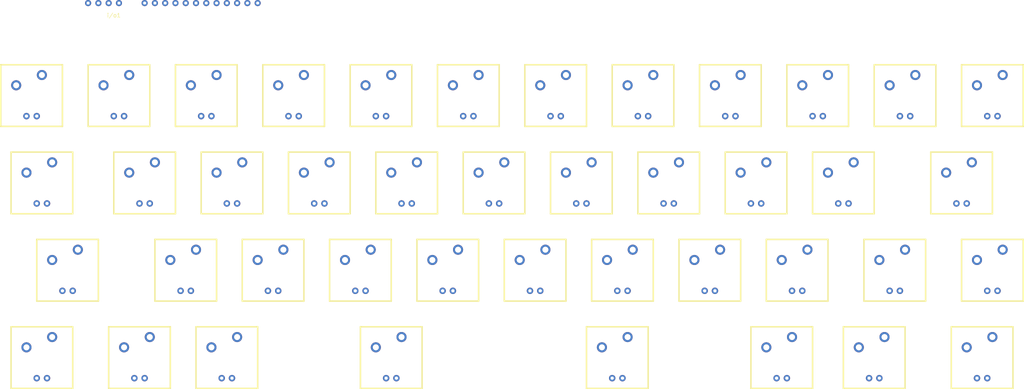
<source format=kicad_pcb>
(kicad_pcb (version 20171130) (host pcbnew "(5.0.2)-1")

  (general
    (thickness 1.6)
    (drawings 0)
    (tracks 0)
    (zones 0)
    (modules 43)
    (nets 75)
  )

  (page A4)
  (layers
    (0 F.Cu signal)
    (31 B.Cu signal)
    (32 B.Adhes user)
    (33 F.Adhes user)
    (34 B.Paste user)
    (35 F.Paste user)
    (36 B.SilkS user)
    (37 F.SilkS user)
    (38 B.Mask user)
    (39 F.Mask user)
    (40 Dwgs.User user)
    (41 Cmts.User user)
    (42 Eco1.User user)
    (43 Eco2.User user)
    (44 Edge.Cuts user)
    (45 Margin user)
    (46 B.CrtYd user)
    (47 F.CrtYd user)
    (48 B.Fab user)
    (49 F.Fab user)
  )

  (setup
    (last_trace_width 0.25)
    (trace_clearance 0.2)
    (zone_clearance 0.508)
    (zone_45_only no)
    (trace_min 0.2)
    (segment_width 0.2)
    (edge_width 0.15)
    (via_size 0.8)
    (via_drill 0.4)
    (via_min_size 0.4)
    (via_min_drill 0.3)
    (uvia_size 0.3)
    (uvia_drill 0.1)
    (uvias_allowed no)
    (uvia_min_size 0.2)
    (uvia_min_drill 0.1)
    (pcb_text_width 0.3)
    (pcb_text_size 1.5 1.5)
    (mod_edge_width 0.15)
    (mod_text_size 1 1)
    (mod_text_width 0.15)
    (pad_size 1.524 1.524)
    (pad_drill 0.762)
    (pad_to_mask_clearance 0.051)
    (solder_mask_min_width 0.25)
    (aux_axis_origin 0 0)
    (visible_elements 7FFFFFFF)
    (pcbplotparams
      (layerselection 0x010fc_ffffffff)
      (usegerberextensions false)
      (usegerberattributes false)
      (usegerberadvancedattributes false)
      (creategerberjobfile false)
      (excludeedgelayer true)
      (linewidth 0.100000)
      (plotframeref false)
      (viasonmask false)
      (mode 1)
      (useauxorigin false)
      (hpglpennumber 1)
      (hpglpenspeed 20)
      (hpglpendiameter 15.000000)
      (psnegative false)
      (psa4output false)
      (plotreference true)
      (plotvalue true)
      (plotinvisibletext false)
      (padsonsilk false)
      (subtractmaskfromsilk false)
      (outputformat 1)
      (mirror false)
      (drillshape 1)
      (scaleselection 1)
      (outputdirectory ""))
  )

  (net 0 "")
  (net 1 /row1)
  (net 2 /row2)
  (net 3 /row3)
  (net 4 /row4)
  (net 5 /col1)
  (net 6 /col2)
  (net 7 /col3)
  (net 8 /col4)
  (net 9 /col5)
  (net 10 /col6)
  (net 11 /col7)
  (net 12 /col8)
  (net 13 /col9)
  (net 14 /col10)
  (net 15 /col11)
  (net 16 /col12)
  (net 17 "Net-(U1-Pad2)")
  (net 18 "Net-(U2-Pad2)")
  (net 19 "Net-(U3-Pad2)")
  (net 20 "Net-(U4-Pad2)")
  (net 21 "Net-(U5-Pad2)")
  (net 22 "Net-(U6-Pad2)")
  (net 23 "Net-(U7-Pad2)")
  (net 24 "Net-(U8-Pad2)")
  (net 25 "Net-(U9-Pad2)")
  (net 26 "Net-(U10-Pad2)")
  (net 27 "Net-(U11-Pad2)")
  (net 28 "Net-(U12-Pad2)")
  (net 29 "Net-(U13-Pad2)")
  (net 30 "Net-(U14-Pad2)")
  (net 31 "Net-(U15-Pad2)")
  (net 32 "Net-(U16-Pad2)")
  (net 33 "Net-(U17-Pad2)")
  (net 34 "Net-(U18-Pad2)")
  (net 35 "Net-(U19-Pad2)")
  (net 36 "Net-(U20-Pad2)")
  (net 37 "Net-(U21-Pad2)")
  (net 38 "Net-(U22-Pad2)")
  (net 39 "Net-(U23-Pad2)")
  (net 40 "Net-(U24-Pad2)")
  (net 41 "Net-(U25-Pad2)")
  (net 42 "Net-(U26-Pad2)")
  (net 43 "Net-(U27-Pad2)")
  (net 44 "Net-(U28-Pad2)")
  (net 45 "Net-(U29-Pad2)")
  (net 46 "Net-(U30-Pad2)")
  (net 47 "Net-(U31-Pad2)")
  (net 48 "Net-(U32-Pad2)")
  (net 49 "Net-(U33-Pad2)")
  (net 50 "Net-(U34-Pad2)")
  (net 51 "Net-(U35-Pad2)")
  (net 52 "Net-(U36-Pad2)")
  (net 53 "Net-(U37-Pad2)")
  (net 54 "Net-(U38-Pad2)")
  (net 55 "Net-(U39-Pad2)")
  (net 56 "Net-(U40-Pad2)")
  (net 57 "Net-(U41-Pad2)")
  (net 58 "Net-(U42-Pad2)")
  (net 59 "Net-(i/o1-Pad1)")
  (net 60 "Net-(i/o1-Pad2)")
  (net 61 "Net-(i/o1-Pad3)")
  (net 62 "Net-(i/o1-Pad4)")
  (net 63 "Net-(i/o1-Pad5)")
  (net 64 "Net-(i/o1-Pad6)")
  (net 65 "Net-(i/o1-Pad7)")
  (net 66 "Net-(i/o1-Pad8)")
  (net 67 "Net-(i/o1-Pad9)")
  (net 68 "Net-(i/o1-Pad10)")
  (net 69 "Net-(i/o1-Pad11)")
  (net 70 "Net-(i/o1-Pad12)")
  (net 71 "Net-(i/o1-Pad13)")
  (net 72 "Net-(i/o1-Pad14)")
  (net 73 "Net-(i/o1-Pad15)")
  (net 74 "Net-(i/o1-Pad16)")

  (net_class Default 这是默认网络组.
    (clearance 0.2)
    (trace_width 0.25)
    (via_dia 0.8)
    (via_drill 0.4)
    (uvia_dia 0.3)
    (uvia_drill 0.1)
    (add_net /col1)
    (add_net /col10)
    (add_net /col11)
    (add_net /col12)
    (add_net /col2)
    (add_net /col3)
    (add_net /col4)
    (add_net /col5)
    (add_net /col6)
    (add_net /col7)
    (add_net /col8)
    (add_net /col9)
    (add_net /row1)
    (add_net /row2)
    (add_net /row3)
    (add_net /row4)
    (add_net "Net-(U1-Pad2)")
    (add_net "Net-(U10-Pad2)")
    (add_net "Net-(U11-Pad2)")
    (add_net "Net-(U12-Pad2)")
    (add_net "Net-(U13-Pad2)")
    (add_net "Net-(U14-Pad2)")
    (add_net "Net-(U15-Pad2)")
    (add_net "Net-(U16-Pad2)")
    (add_net "Net-(U17-Pad2)")
    (add_net "Net-(U18-Pad2)")
    (add_net "Net-(U19-Pad2)")
    (add_net "Net-(U2-Pad2)")
    (add_net "Net-(U20-Pad2)")
    (add_net "Net-(U21-Pad2)")
    (add_net "Net-(U22-Pad2)")
    (add_net "Net-(U23-Pad2)")
    (add_net "Net-(U24-Pad2)")
    (add_net "Net-(U25-Pad2)")
    (add_net "Net-(U26-Pad2)")
    (add_net "Net-(U27-Pad2)")
    (add_net "Net-(U28-Pad2)")
    (add_net "Net-(U29-Pad2)")
    (add_net "Net-(U3-Pad2)")
    (add_net "Net-(U30-Pad2)")
    (add_net "Net-(U31-Pad2)")
    (add_net "Net-(U32-Pad2)")
    (add_net "Net-(U33-Pad2)")
    (add_net "Net-(U34-Pad2)")
    (add_net "Net-(U35-Pad2)")
    (add_net "Net-(U36-Pad2)")
    (add_net "Net-(U37-Pad2)")
    (add_net "Net-(U38-Pad2)")
    (add_net "Net-(U39-Pad2)")
    (add_net "Net-(U4-Pad2)")
    (add_net "Net-(U40-Pad2)")
    (add_net "Net-(U41-Pad2)")
    (add_net "Net-(U42-Pad2)")
    (add_net "Net-(U5-Pad2)")
    (add_net "Net-(U6-Pad2)")
    (add_net "Net-(U7-Pad2)")
    (add_net "Net-(U8-Pad2)")
    (add_net "Net-(U9-Pad2)")
    (add_net "Net-(i/o1-Pad1)")
    (add_net "Net-(i/o1-Pad10)")
    (add_net "Net-(i/o1-Pad11)")
    (add_net "Net-(i/o1-Pad12)")
    (add_net "Net-(i/o1-Pad13)")
    (add_net "Net-(i/o1-Pad14)")
    (add_net "Net-(i/o1-Pad15)")
    (add_net "Net-(i/o1-Pad16)")
    (add_net "Net-(i/o1-Pad2)")
    (add_net "Net-(i/o1-Pad3)")
    (add_net "Net-(i/o1-Pad4)")
    (add_net "Net-(i/o1-Pad5)")
    (add_net "Net-(i/o1-Pad6)")
    (add_net "Net-(i/o1-Pad7)")
    (add_net "Net-(i/o1-Pad8)")
    (add_net "Net-(i/o1-Pad9)")
  )

  (module Button_Switch_Keyboard:ioport (layer F.Cu) (tedit 5C88A954) (tstamp 5CADC477)
    (at 48.26 27.94)
    (path /5C95281C)
    (fp_text reference i/o1 (at 0 0.5) (layer F.SilkS)
      (effects (font (size 1 1) (thickness 0.15)))
    )
    (fp_text value UI (at 0 -0.5) (layer F.Fab)
      (effects (font (size 1 1) (thickness 0.15)))
    )
    (pad 1 thru_hole circle (at -6.35 -2.54) (size 1.524 1.524) (drill 0.762) (layers *.Cu *.Mask)
      (net 59 "Net-(i/o1-Pad1)"))
    (pad 2 thru_hole circle (at -3.81 -2.54) (size 1.524 1.524) (drill 0.762) (layers *.Cu *.Mask)
      (net 60 "Net-(i/o1-Pad2)"))
    (pad 3 thru_hole circle (at -1.27 -2.54) (size 1.524 1.524) (drill 0.762) (layers *.Cu *.Mask)
      (net 61 "Net-(i/o1-Pad3)"))
    (pad 4 thru_hole circle (at 1.27 -2.54) (size 1.524 1.524) (drill 0.762) (layers *.Cu *.Mask)
      (net 62 "Net-(i/o1-Pad4)"))
    (pad 5 thru_hole circle (at 7.62 -2.54) (size 1.524 1.524) (drill 0.762) (layers *.Cu *.Mask)
      (net 63 "Net-(i/o1-Pad5)"))
    (pad 6 thru_hole circle (at 10.16 -2.54) (size 1.524 1.524) (drill 0.762) (layers *.Cu *.Mask)
      (net 64 "Net-(i/o1-Pad6)"))
    (pad 7 thru_hole circle (at 12.7 -2.54) (size 1.524 1.524) (drill 0.762) (layers *.Cu *.Mask)
      (net 65 "Net-(i/o1-Pad7)"))
    (pad 8 thru_hole circle (at 15.24 -2.54) (size 1.524 1.524) (drill 0.762) (layers *.Cu *.Mask)
      (net 66 "Net-(i/o1-Pad8)"))
    (pad 9 thru_hole circle (at 17.78 -2.54) (size 1.524 1.524) (drill 0.762) (layers *.Cu *.Mask)
      (net 67 "Net-(i/o1-Pad9)"))
    (pad 10 thru_hole circle (at 20.32 -2.54) (size 1.524 1.524) (drill 0.762) (layers *.Cu *.Mask)
      (net 68 "Net-(i/o1-Pad10)"))
    (pad 11 thru_hole circle (at 22.86 -2.54) (size 1.524 1.524) (drill 0.762) (layers *.Cu *.Mask)
      (net 69 "Net-(i/o1-Pad11)"))
    (pad 12 thru_hole circle (at 25.4 -2.54) (size 1.524 1.524) (drill 0.762) (layers *.Cu *.Mask)
      (net 70 "Net-(i/o1-Pad12)"))
    (pad 13 thru_hole circle (at 27.94 -2.54) (size 1.524 1.524) (drill 0.762) (layers *.Cu *.Mask)
      (net 71 "Net-(i/o1-Pad13)"))
    (pad 14 thru_hole circle (at 30.48 -2.54) (size 1.524 1.524) (drill 0.762) (layers *.Cu *.Mask)
      (net 72 "Net-(i/o1-Pad14)"))
    (pad 15 thru_hole circle (at 33.02 -2.54) (size 1.524 1.524) (drill 0.762) (layers *.Cu *.Mask)
      (net 73 "Net-(i/o1-Pad15)"))
    (pad 16 thru_hole circle (at 35.56 -2.54) (size 1.524 1.524) (drill 0.762) (layers *.Cu *.Mask)
      (net 74 "Net-(i/o1-Pad16)"))
  )

  (module Button_Switch_Keyboard:MX1As (layer F.Cu) (tedit 5C87CB73) (tstamp 5CADC486)
    (at 27.94 48.26)
    (path /5C888BA1)
    (fp_text reference U1 (at -4.826 9.2075) (layer F.SilkS) hide
      (effects (font (size 1.524 1.524) (thickness 0.3048)))
    )
    (fp_text value KEY (at -5.08 -8.89) (layer F.SilkS) hide
      (effects (font (size 1.524 1.524) (thickness 0.3048)))
    )
    (fp_line (start -7.62 -7.62) (end 7.62 -7.62) (layer F.SilkS) (width 0.381))
    (fp_line (start 7.62 -7.62) (end 7.62 7.62) (layer F.SilkS) (width 0.381))
    (fp_line (start 7.62 7.62) (end -7.62 7.62) (layer F.SilkS) (width 0.381))
    (fp_line (start -7.62 7.62) (end -7.62 -7.62) (layer F.SilkS) (width 0.381))
    (pad 4 thru_hole circle (at -1.27 5.08) (size 1.6 1.6) (drill 0.813) (layers *.Cu *.Mask)
      (net 5 /col1))
    (pad 3 thru_hole circle (at 1.27 5.08) (size 1.6 1.6) (drill 0.813) (layers *.Cu *.Mask)
      (net 17 "Net-(U1-Pad2)"))
    (pad "" np_thru_hole circle (at 0 0) (size 3.98018 3.98018) (drill 3.98018) (layers *.Cu *.Mask))
    (pad 2 thru_hole circle (at 2.54 -5.08) (size 2.49936 2.49936) (drill 1.50114) (layers *.Cu *.Mask)
      (net 17 "Net-(U1-Pad2)"))
    (pad 1 thru_hole circle (at -3.81 -2.54) (size 2.49936 2.49936) (drill 1.50114) (layers *.Cu *.Mask)
      (net 1 /row1))
    (pad "" np_thru_hole circle (at -5.08 0) (size 1.69926 1.69926) (drill 1.69926) (layers *.Cu *.Mask))
    (pad "" np_thru_hole circle (at 5.08 0) (size 1.69926 1.69926) (drill 1.69926) (layers *.Cu *.Mask))
    (model ${KIPRJMOD}/lib/mx1a.pretty/cherrymx.wrl
      (at (xyz 0 0 0))
      (scale (xyz 1 1 1))
      (rotate (xyz 0 0 0))
    )
  )

  (module Button_Switch_Keyboard:MX1As (layer F.Cu) (tedit 5C87CB73) (tstamp 5CADC495)
    (at 30.48 69.85)
    (path /5C8891A1)
    (fp_text reference U2 (at -4.826 9.2075) (layer F.SilkS) hide
      (effects (font (size 1.524 1.524) (thickness 0.3048)))
    )
    (fp_text value KEY (at -5.08 -8.89) (layer F.SilkS) hide
      (effects (font (size 1.524 1.524) (thickness 0.3048)))
    )
    (fp_line (start -7.62 7.62) (end -7.62 -7.62) (layer F.SilkS) (width 0.381))
    (fp_line (start 7.62 7.62) (end -7.62 7.62) (layer F.SilkS) (width 0.381))
    (fp_line (start 7.62 -7.62) (end 7.62 7.62) (layer F.SilkS) (width 0.381))
    (fp_line (start -7.62 -7.62) (end 7.62 -7.62) (layer F.SilkS) (width 0.381))
    (pad "" np_thru_hole circle (at 5.08 0) (size 1.69926 1.69926) (drill 1.69926) (layers *.Cu *.Mask))
    (pad "" np_thru_hole circle (at -5.08 0) (size 1.69926 1.69926) (drill 1.69926) (layers *.Cu *.Mask))
    (pad 1 thru_hole circle (at -3.81 -2.54) (size 2.49936 2.49936) (drill 1.50114) (layers *.Cu *.Mask)
      (net 2 /row2))
    (pad 2 thru_hole circle (at 2.54 -5.08) (size 2.49936 2.49936) (drill 1.50114) (layers *.Cu *.Mask)
      (net 18 "Net-(U2-Pad2)"))
    (pad "" np_thru_hole circle (at 0 0) (size 3.98018 3.98018) (drill 3.98018) (layers *.Cu *.Mask))
    (pad 3 thru_hole circle (at 1.27 5.08) (size 1.6 1.6) (drill 0.813) (layers *.Cu *.Mask)
      (net 18 "Net-(U2-Pad2)"))
    (pad 4 thru_hole circle (at -1.27 5.08) (size 1.6 1.6) (drill 0.813) (layers *.Cu *.Mask)
      (net 5 /col1))
    (model ${KIPRJMOD}/lib/mx1a.pretty/cherrymx.wrl
      (at (xyz 0 0 0))
      (scale (xyz 1 1 1))
      (rotate (xyz 0 0 0))
    )
  )

  (module Button_Switch_Keyboard:MX1As (layer F.Cu) (tedit 5C87CB73) (tstamp 5CADC4A4)
    (at 36.83 91.44)
    (path /5C889738)
    (fp_text reference U3 (at -4.826 9.2075) (layer F.SilkS) hide
      (effects (font (size 1.524 1.524) (thickness 0.3048)))
    )
    (fp_text value KEY (at -5.08 -8.89) (layer F.SilkS) hide
      (effects (font (size 1.524 1.524) (thickness 0.3048)))
    )
    (fp_line (start -7.62 7.62) (end -7.62 -7.62) (layer F.SilkS) (width 0.381))
    (fp_line (start 7.62 7.62) (end -7.62 7.62) (layer F.SilkS) (width 0.381))
    (fp_line (start 7.62 -7.62) (end 7.62 7.62) (layer F.SilkS) (width 0.381))
    (fp_line (start -7.62 -7.62) (end 7.62 -7.62) (layer F.SilkS) (width 0.381))
    (pad "" np_thru_hole circle (at 5.08 0) (size 1.69926 1.69926) (drill 1.69926) (layers *.Cu *.Mask))
    (pad "" np_thru_hole circle (at -5.08 0) (size 1.69926 1.69926) (drill 1.69926) (layers *.Cu *.Mask))
    (pad 1 thru_hole circle (at -3.81 -2.54) (size 2.49936 2.49936) (drill 1.50114) (layers *.Cu *.Mask)
      (net 3 /row3))
    (pad 2 thru_hole circle (at 2.54 -5.08) (size 2.49936 2.49936) (drill 1.50114) (layers *.Cu *.Mask)
      (net 19 "Net-(U3-Pad2)"))
    (pad "" np_thru_hole circle (at 0 0) (size 3.98018 3.98018) (drill 3.98018) (layers *.Cu *.Mask))
    (pad 3 thru_hole circle (at 1.27 5.08) (size 1.6 1.6) (drill 0.813) (layers *.Cu *.Mask)
      (net 19 "Net-(U3-Pad2)"))
    (pad 4 thru_hole circle (at -1.27 5.08) (size 1.6 1.6) (drill 0.813) (layers *.Cu *.Mask)
      (net 5 /col1))
    (model ${KIPRJMOD}/lib/mx1a.pretty/cherrymx.wrl
      (at (xyz 0 0 0))
      (scale (xyz 1 1 1))
      (rotate (xyz 0 0 0))
    )
  )

  (module Button_Switch_Keyboard:MX1As (layer F.Cu) (tedit 5C87CB73) (tstamp 5CADC4B3)
    (at 30.48 113.03)
    (path /5C889AD4)
    (fp_text reference U4 (at -4.826 9.2075) (layer F.SilkS) hide
      (effects (font (size 1.524 1.524) (thickness 0.3048)))
    )
    (fp_text value KEY (at -5.08 -8.89) (layer F.SilkS) hide
      (effects (font (size 1.524 1.524) (thickness 0.3048)))
    )
    (fp_line (start -7.62 7.62) (end -7.62 -7.62) (layer F.SilkS) (width 0.381))
    (fp_line (start 7.62 7.62) (end -7.62 7.62) (layer F.SilkS) (width 0.381))
    (fp_line (start 7.62 -7.62) (end 7.62 7.62) (layer F.SilkS) (width 0.381))
    (fp_line (start -7.62 -7.62) (end 7.62 -7.62) (layer F.SilkS) (width 0.381))
    (pad "" np_thru_hole circle (at 5.08 0) (size 1.69926 1.69926) (drill 1.69926) (layers *.Cu *.Mask))
    (pad "" np_thru_hole circle (at -5.08 0) (size 1.69926 1.69926) (drill 1.69926) (layers *.Cu *.Mask))
    (pad 1 thru_hole circle (at -3.81 -2.54) (size 2.49936 2.49936) (drill 1.50114) (layers *.Cu *.Mask)
      (net 4 /row4))
    (pad 2 thru_hole circle (at 2.54 -5.08) (size 2.49936 2.49936) (drill 1.50114) (layers *.Cu *.Mask)
      (net 20 "Net-(U4-Pad2)"))
    (pad "" np_thru_hole circle (at 0 0) (size 3.98018 3.98018) (drill 3.98018) (layers *.Cu *.Mask))
    (pad 3 thru_hole circle (at 1.27 5.08) (size 1.6 1.6) (drill 0.813) (layers *.Cu *.Mask)
      (net 20 "Net-(U4-Pad2)"))
    (pad 4 thru_hole circle (at -1.27 5.08) (size 1.6 1.6) (drill 0.813) (layers *.Cu *.Mask)
      (net 5 /col1))
    (model ${KIPRJMOD}/lib/mx1a.pretty/cherrymx.wrl
      (at (xyz 0 0 0))
      (scale (xyz 1 1 1))
      (rotate (xyz 0 0 0))
    )
  )

  (module Button_Switch_Keyboard:MX1As (layer F.Cu) (tedit 5C87CB73) (tstamp 5CADC4C2)
    (at 49.53 48.26)
    (path /5C888601)
    (fp_text reference U5 (at -4.826 9.2075) (layer F.SilkS) hide
      (effects (font (size 1.524 1.524) (thickness 0.3048)))
    )
    (fp_text value KEY (at -5.08 -8.89) (layer F.SilkS) hide
      (effects (font (size 1.524 1.524) (thickness 0.3048)))
    )
    (fp_line (start -7.62 7.62) (end -7.62 -7.62) (layer F.SilkS) (width 0.381))
    (fp_line (start 7.62 7.62) (end -7.62 7.62) (layer F.SilkS) (width 0.381))
    (fp_line (start 7.62 -7.62) (end 7.62 7.62) (layer F.SilkS) (width 0.381))
    (fp_line (start -7.62 -7.62) (end 7.62 -7.62) (layer F.SilkS) (width 0.381))
    (pad "" np_thru_hole circle (at 5.08 0) (size 1.69926 1.69926) (drill 1.69926) (layers *.Cu *.Mask))
    (pad "" np_thru_hole circle (at -5.08 0) (size 1.69926 1.69926) (drill 1.69926) (layers *.Cu *.Mask))
    (pad 1 thru_hole circle (at -3.81 -2.54) (size 2.49936 2.49936) (drill 1.50114) (layers *.Cu *.Mask)
      (net 1 /row1))
    (pad 2 thru_hole circle (at 2.54 -5.08) (size 2.49936 2.49936) (drill 1.50114) (layers *.Cu *.Mask)
      (net 21 "Net-(U5-Pad2)"))
    (pad "" np_thru_hole circle (at 0 0) (size 3.98018 3.98018) (drill 3.98018) (layers *.Cu *.Mask))
    (pad 3 thru_hole circle (at 1.27 5.08) (size 1.6 1.6) (drill 0.813) (layers *.Cu *.Mask)
      (net 21 "Net-(U5-Pad2)"))
    (pad 4 thru_hole circle (at -1.27 5.08) (size 1.6 1.6) (drill 0.813) (layers *.Cu *.Mask)
      (net 6 /col2))
    (model ${KIPRJMOD}/lib/mx1a.pretty/cherrymx.wrl
      (at (xyz 0 0 0))
      (scale (xyz 1 1 1))
      (rotate (xyz 0 0 0))
    )
  )

  (module Button_Switch_Keyboard:MX1As (layer F.Cu) (tedit 5C87CB73) (tstamp 5CADC4D1)
    (at 55.88 69.85)
    (path /5C889154)
    (fp_text reference U6 (at -4.826 9.2075) (layer F.SilkS) hide
      (effects (font (size 1.524 1.524) (thickness 0.3048)))
    )
    (fp_text value KEY (at -5.08 -8.89) (layer F.SilkS) hide
      (effects (font (size 1.524 1.524) (thickness 0.3048)))
    )
    (fp_line (start -7.62 -7.62) (end 7.62 -7.62) (layer F.SilkS) (width 0.381))
    (fp_line (start 7.62 -7.62) (end 7.62 7.62) (layer F.SilkS) (width 0.381))
    (fp_line (start 7.62 7.62) (end -7.62 7.62) (layer F.SilkS) (width 0.381))
    (fp_line (start -7.62 7.62) (end -7.62 -7.62) (layer F.SilkS) (width 0.381))
    (pad 4 thru_hole circle (at -1.27 5.08) (size 1.6 1.6) (drill 0.813) (layers *.Cu *.Mask)
      (net 6 /col2))
    (pad 3 thru_hole circle (at 1.27 5.08) (size 1.6 1.6) (drill 0.813) (layers *.Cu *.Mask)
      (net 22 "Net-(U6-Pad2)"))
    (pad "" np_thru_hole circle (at 0 0) (size 3.98018 3.98018) (drill 3.98018) (layers *.Cu *.Mask))
    (pad 2 thru_hole circle (at 2.54 -5.08) (size 2.49936 2.49936) (drill 1.50114) (layers *.Cu *.Mask)
      (net 22 "Net-(U6-Pad2)"))
    (pad 1 thru_hole circle (at -3.81 -2.54) (size 2.49936 2.49936) (drill 1.50114) (layers *.Cu *.Mask)
      (net 2 /row2))
    (pad "" np_thru_hole circle (at -5.08 0) (size 1.69926 1.69926) (drill 1.69926) (layers *.Cu *.Mask))
    (pad "" np_thru_hole circle (at 5.08 0) (size 1.69926 1.69926) (drill 1.69926) (layers *.Cu *.Mask))
    (model ${KIPRJMOD}/lib/mx1a.pretty/cherrymx.wrl
      (at (xyz 0 0 0))
      (scale (xyz 1 1 1))
      (rotate (xyz 0 0 0))
    )
  )

  (module Button_Switch_Keyboard:MX1As (layer F.Cu) (tedit 5C87CB73) (tstamp 5CADC4E0)
    (at 54.61 113.03)
    (path /5C889A87)
    (fp_text reference U7 (at -4.826 9.2075) (layer F.SilkS) hide
      (effects (font (size 1.524 1.524) (thickness 0.3048)))
    )
    (fp_text value KEY (at -5.08 -8.89) (layer F.SilkS) hide
      (effects (font (size 1.524 1.524) (thickness 0.3048)))
    )
    (fp_line (start -7.62 -7.62) (end 7.62 -7.62) (layer F.SilkS) (width 0.381))
    (fp_line (start 7.62 -7.62) (end 7.62 7.62) (layer F.SilkS) (width 0.381))
    (fp_line (start 7.62 7.62) (end -7.62 7.62) (layer F.SilkS) (width 0.381))
    (fp_line (start -7.62 7.62) (end -7.62 -7.62) (layer F.SilkS) (width 0.381))
    (pad 4 thru_hole circle (at -1.27 5.08) (size 1.6 1.6) (drill 0.813) (layers *.Cu *.Mask)
      (net 6 /col2))
    (pad 3 thru_hole circle (at 1.27 5.08) (size 1.6 1.6) (drill 0.813) (layers *.Cu *.Mask)
      (net 23 "Net-(U7-Pad2)"))
    (pad "" np_thru_hole circle (at 0 0) (size 3.98018 3.98018) (drill 3.98018) (layers *.Cu *.Mask))
    (pad 2 thru_hole circle (at 2.54 -5.08) (size 2.49936 2.49936) (drill 1.50114) (layers *.Cu *.Mask)
      (net 23 "Net-(U7-Pad2)"))
    (pad 1 thru_hole circle (at -3.81 -2.54) (size 2.49936 2.49936) (drill 1.50114) (layers *.Cu *.Mask)
      (net 4 /row4))
    (pad "" np_thru_hole circle (at -5.08 0) (size 1.69926 1.69926) (drill 1.69926) (layers *.Cu *.Mask))
    (pad "" np_thru_hole circle (at 5.08 0) (size 1.69926 1.69926) (drill 1.69926) (layers *.Cu *.Mask))
    (model ${KIPRJMOD}/lib/mx1a.pretty/cherrymx.wrl
      (at (xyz 0 0 0))
      (scale (xyz 1 1 1))
      (rotate (xyz 0 0 0))
    )
  )

  (module Button_Switch_Keyboard:MX1As (layer F.Cu) (tedit 5C87CB73) (tstamp 5CADC4EF)
    (at 71.12 48.26)
    (path /5C8886C2)
    (fp_text reference U8 (at -4.826 9.2075) (layer F.SilkS) hide
      (effects (font (size 1.524 1.524) (thickness 0.3048)))
    )
    (fp_text value KEY (at -5.08 -8.89) (layer F.SilkS) hide
      (effects (font (size 1.524 1.524) (thickness 0.3048)))
    )
    (fp_line (start -7.62 7.62) (end -7.62 -7.62) (layer F.SilkS) (width 0.381))
    (fp_line (start 7.62 7.62) (end -7.62 7.62) (layer F.SilkS) (width 0.381))
    (fp_line (start 7.62 -7.62) (end 7.62 7.62) (layer F.SilkS) (width 0.381))
    (fp_line (start -7.62 -7.62) (end 7.62 -7.62) (layer F.SilkS) (width 0.381))
    (pad "" np_thru_hole circle (at 5.08 0) (size 1.69926 1.69926) (drill 1.69926) (layers *.Cu *.Mask))
    (pad "" np_thru_hole circle (at -5.08 0) (size 1.69926 1.69926) (drill 1.69926) (layers *.Cu *.Mask))
    (pad 1 thru_hole circle (at -3.81 -2.54) (size 2.49936 2.49936) (drill 1.50114) (layers *.Cu *.Mask)
      (net 1 /row1))
    (pad 2 thru_hole circle (at 2.54 -5.08) (size 2.49936 2.49936) (drill 1.50114) (layers *.Cu *.Mask)
      (net 24 "Net-(U8-Pad2)"))
    (pad "" np_thru_hole circle (at 0 0) (size 3.98018 3.98018) (drill 3.98018) (layers *.Cu *.Mask))
    (pad 3 thru_hole circle (at 1.27 5.08) (size 1.6 1.6) (drill 0.813) (layers *.Cu *.Mask)
      (net 24 "Net-(U8-Pad2)"))
    (pad 4 thru_hole circle (at -1.27 5.08) (size 1.6 1.6) (drill 0.813) (layers *.Cu *.Mask)
      (net 7 /col3))
    (model ${KIPRJMOD}/lib/mx1a.pretty/cherrymx.wrl
      (at (xyz 0 0 0))
      (scale (xyz 1 1 1))
      (rotate (xyz 0 0 0))
    )
  )

  (module Button_Switch_Keyboard:MX1As (layer F.Cu) (tedit 5C87CB73) (tstamp 5CADC4FE)
    (at 77.47 69.85)
    (path /5C88915B)
    (fp_text reference U9 (at -4.826 9.2075) (layer F.SilkS) hide
      (effects (font (size 1.524 1.524) (thickness 0.3048)))
    )
    (fp_text value KEY (at -5.08 -8.89) (layer F.SilkS) hide
      (effects (font (size 1.524 1.524) (thickness 0.3048)))
    )
    (fp_line (start -7.62 7.62) (end -7.62 -7.62) (layer F.SilkS) (width 0.381))
    (fp_line (start 7.62 7.62) (end -7.62 7.62) (layer F.SilkS) (width 0.381))
    (fp_line (start 7.62 -7.62) (end 7.62 7.62) (layer F.SilkS) (width 0.381))
    (fp_line (start -7.62 -7.62) (end 7.62 -7.62) (layer F.SilkS) (width 0.381))
    (pad "" np_thru_hole circle (at 5.08 0) (size 1.69926 1.69926) (drill 1.69926) (layers *.Cu *.Mask))
    (pad "" np_thru_hole circle (at -5.08 0) (size 1.69926 1.69926) (drill 1.69926) (layers *.Cu *.Mask))
    (pad 1 thru_hole circle (at -3.81 -2.54) (size 2.49936 2.49936) (drill 1.50114) (layers *.Cu *.Mask)
      (net 2 /row2))
    (pad 2 thru_hole circle (at 2.54 -5.08) (size 2.49936 2.49936) (drill 1.50114) (layers *.Cu *.Mask)
      (net 25 "Net-(U9-Pad2)"))
    (pad "" np_thru_hole circle (at 0 0) (size 3.98018 3.98018) (drill 3.98018) (layers *.Cu *.Mask))
    (pad 3 thru_hole circle (at 1.27 5.08) (size 1.6 1.6) (drill 0.813) (layers *.Cu *.Mask)
      (net 25 "Net-(U9-Pad2)"))
    (pad 4 thru_hole circle (at -1.27 5.08) (size 1.6 1.6) (drill 0.813) (layers *.Cu *.Mask)
      (net 7 /col3))
    (model ${KIPRJMOD}/lib/mx1a.pretty/cherrymx.wrl
      (at (xyz 0 0 0))
      (scale (xyz 1 1 1))
      (rotate (xyz 0 0 0))
    )
  )

  (module Button_Switch_Keyboard:MX1As (layer F.Cu) (tedit 5C87CB73) (tstamp 5CADC50D)
    (at 66.04 91.44)
    (path /5C8896F2)
    (fp_text reference U10 (at -4.826 9.2075) (layer F.SilkS) hide
      (effects (font (size 1.524 1.524) (thickness 0.3048)))
    )
    (fp_text value KEY (at -5.08 -8.89) (layer F.SilkS) hide
      (effects (font (size 1.524 1.524) (thickness 0.3048)))
    )
    (fp_line (start -7.62 7.62) (end -7.62 -7.62) (layer F.SilkS) (width 0.381))
    (fp_line (start 7.62 7.62) (end -7.62 7.62) (layer F.SilkS) (width 0.381))
    (fp_line (start 7.62 -7.62) (end 7.62 7.62) (layer F.SilkS) (width 0.381))
    (fp_line (start -7.62 -7.62) (end 7.62 -7.62) (layer F.SilkS) (width 0.381))
    (pad "" np_thru_hole circle (at 5.08 0) (size 1.69926 1.69926) (drill 1.69926) (layers *.Cu *.Mask))
    (pad "" np_thru_hole circle (at -5.08 0) (size 1.69926 1.69926) (drill 1.69926) (layers *.Cu *.Mask))
    (pad 1 thru_hole circle (at -3.81 -2.54) (size 2.49936 2.49936) (drill 1.50114) (layers *.Cu *.Mask)
      (net 3 /row3))
    (pad 2 thru_hole circle (at 2.54 -5.08) (size 2.49936 2.49936) (drill 1.50114) (layers *.Cu *.Mask)
      (net 26 "Net-(U10-Pad2)"))
    (pad "" np_thru_hole circle (at 0 0) (size 3.98018 3.98018) (drill 3.98018) (layers *.Cu *.Mask))
    (pad 3 thru_hole circle (at 1.27 5.08) (size 1.6 1.6) (drill 0.813) (layers *.Cu *.Mask)
      (net 26 "Net-(U10-Pad2)"))
    (pad 4 thru_hole circle (at -1.27 5.08) (size 1.6 1.6) (drill 0.813) (layers *.Cu *.Mask)
      (net 7 /col3))
    (model ${KIPRJMOD}/lib/mx1a.pretty/cherrymx.wrl
      (at (xyz 0 0 0))
      (scale (xyz 1 1 1))
      (rotate (xyz 0 0 0))
    )
  )

  (module Button_Switch_Keyboard:MX1As (layer F.Cu) (tedit 5C87CB73) (tstamp 5CADC51C)
    (at 76.2 113.03)
    (path /5C889A8E)
    (fp_text reference U11 (at -4.826 9.2075) (layer F.SilkS) hide
      (effects (font (size 1.524 1.524) (thickness 0.3048)))
    )
    (fp_text value KEY (at -5.08 -8.89) (layer F.SilkS) hide
      (effects (font (size 1.524 1.524) (thickness 0.3048)))
    )
    (fp_line (start -7.62 7.62) (end -7.62 -7.62) (layer F.SilkS) (width 0.381))
    (fp_line (start 7.62 7.62) (end -7.62 7.62) (layer F.SilkS) (width 0.381))
    (fp_line (start 7.62 -7.62) (end 7.62 7.62) (layer F.SilkS) (width 0.381))
    (fp_line (start -7.62 -7.62) (end 7.62 -7.62) (layer F.SilkS) (width 0.381))
    (pad "" np_thru_hole circle (at 5.08 0) (size 1.69926 1.69926) (drill 1.69926) (layers *.Cu *.Mask))
    (pad "" np_thru_hole circle (at -5.08 0) (size 1.69926 1.69926) (drill 1.69926) (layers *.Cu *.Mask))
    (pad 1 thru_hole circle (at -3.81 -2.54) (size 2.49936 2.49936) (drill 1.50114) (layers *.Cu *.Mask)
      (net 4 /row4))
    (pad 2 thru_hole circle (at 2.54 -5.08) (size 2.49936 2.49936) (drill 1.50114) (layers *.Cu *.Mask)
      (net 27 "Net-(U11-Pad2)"))
    (pad "" np_thru_hole circle (at 0 0) (size 3.98018 3.98018) (drill 3.98018) (layers *.Cu *.Mask))
    (pad 3 thru_hole circle (at 1.27 5.08) (size 1.6 1.6) (drill 0.813) (layers *.Cu *.Mask)
      (net 27 "Net-(U11-Pad2)"))
    (pad 4 thru_hole circle (at -1.27 5.08) (size 1.6 1.6) (drill 0.813) (layers *.Cu *.Mask)
      (net 7 /col3))
    (model ${KIPRJMOD}/lib/mx1a.pretty/cherrymx.wrl
      (at (xyz 0 0 0))
      (scale (xyz 1 1 1))
      (rotate (xyz 0 0 0))
    )
  )

  (module Button_Switch_Keyboard:MX1As (layer F.Cu) (tedit 5C87CB73) (tstamp 5CADC52B)
    (at 92.71 48.26)
    (path /5C888727)
    (fp_text reference U12 (at -4.826 9.2075) (layer F.SilkS) hide
      (effects (font (size 1.524 1.524) (thickness 0.3048)))
    )
    (fp_text value KEY (at -5.08 -8.89) (layer F.SilkS) hide
      (effects (font (size 1.524 1.524) (thickness 0.3048)))
    )
    (fp_line (start -7.62 -7.62) (end 7.62 -7.62) (layer F.SilkS) (width 0.381))
    (fp_line (start 7.62 -7.62) (end 7.62 7.62) (layer F.SilkS) (width 0.381))
    (fp_line (start 7.62 7.62) (end -7.62 7.62) (layer F.SilkS) (width 0.381))
    (fp_line (start -7.62 7.62) (end -7.62 -7.62) (layer F.SilkS) (width 0.381))
    (pad 4 thru_hole circle (at -1.27 5.08) (size 1.6 1.6) (drill 0.813) (layers *.Cu *.Mask)
      (net 8 /col4))
    (pad 3 thru_hole circle (at 1.27 5.08) (size 1.6 1.6) (drill 0.813) (layers *.Cu *.Mask)
      (net 28 "Net-(U12-Pad2)"))
    (pad "" np_thru_hole circle (at 0 0) (size 3.98018 3.98018) (drill 3.98018) (layers *.Cu *.Mask))
    (pad 2 thru_hole circle (at 2.54 -5.08) (size 2.49936 2.49936) (drill 1.50114) (layers *.Cu *.Mask)
      (net 28 "Net-(U12-Pad2)"))
    (pad 1 thru_hole circle (at -3.81 -2.54) (size 2.49936 2.49936) (drill 1.50114) (layers *.Cu *.Mask)
      (net 1 /row1))
    (pad "" np_thru_hole circle (at -5.08 0) (size 1.69926 1.69926) (drill 1.69926) (layers *.Cu *.Mask))
    (pad "" np_thru_hole circle (at 5.08 0) (size 1.69926 1.69926) (drill 1.69926) (layers *.Cu *.Mask))
    (model ${KIPRJMOD}/lib/mx1a.pretty/cherrymx.wrl
      (at (xyz 0 0 0))
      (scale (xyz 1 1 1))
      (rotate (xyz 0 0 0))
    )
  )

  (module Button_Switch_Keyboard:MX1As (layer F.Cu) (tedit 5C87CB73) (tstamp 5CADC53A)
    (at 99.06 69.85)
    (path /5C889162)
    (fp_text reference U13 (at -4.826 9.2075) (layer F.SilkS) hide
      (effects (font (size 1.524 1.524) (thickness 0.3048)))
    )
    (fp_text value KEY (at -5.08 -8.89) (layer F.SilkS) hide
      (effects (font (size 1.524 1.524) (thickness 0.3048)))
    )
    (fp_line (start -7.62 -7.62) (end 7.62 -7.62) (layer F.SilkS) (width 0.381))
    (fp_line (start 7.62 -7.62) (end 7.62 7.62) (layer F.SilkS) (width 0.381))
    (fp_line (start 7.62 7.62) (end -7.62 7.62) (layer F.SilkS) (width 0.381))
    (fp_line (start -7.62 7.62) (end -7.62 -7.62) (layer F.SilkS) (width 0.381))
    (pad 4 thru_hole circle (at -1.27 5.08) (size 1.6 1.6) (drill 0.813) (layers *.Cu *.Mask)
      (net 8 /col4))
    (pad 3 thru_hole circle (at 1.27 5.08) (size 1.6 1.6) (drill 0.813) (layers *.Cu *.Mask)
      (net 29 "Net-(U13-Pad2)"))
    (pad "" np_thru_hole circle (at 0 0) (size 3.98018 3.98018) (drill 3.98018) (layers *.Cu *.Mask))
    (pad 2 thru_hole circle (at 2.54 -5.08) (size 2.49936 2.49936) (drill 1.50114) (layers *.Cu *.Mask)
      (net 29 "Net-(U13-Pad2)"))
    (pad 1 thru_hole circle (at -3.81 -2.54) (size 2.49936 2.49936) (drill 1.50114) (layers *.Cu *.Mask)
      (net 2 /row2))
    (pad "" np_thru_hole circle (at -5.08 0) (size 1.69926 1.69926) (drill 1.69926) (layers *.Cu *.Mask))
    (pad "" np_thru_hole circle (at 5.08 0) (size 1.69926 1.69926) (drill 1.69926) (layers *.Cu *.Mask))
    (model ${KIPRJMOD}/lib/mx1a.pretty/cherrymx.wrl
      (at (xyz 0 0 0))
      (scale (xyz 1 1 1))
      (rotate (xyz 0 0 0))
    )
  )

  (module Button_Switch_Keyboard:MX1As (layer F.Cu) (tedit 5C87CB73) (tstamp 5CADC549)
    (at 87.63 91.44)
    (path /5C8896F9)
    (fp_text reference U14 (at -4.826 9.2075) (layer F.SilkS) hide
      (effects (font (size 1.524 1.524) (thickness 0.3048)))
    )
    (fp_text value KEY (at -5.08 -8.89) (layer F.SilkS) hide
      (effects (font (size 1.524 1.524) (thickness 0.3048)))
    )
    (fp_line (start -7.62 -7.62) (end 7.62 -7.62) (layer F.SilkS) (width 0.381))
    (fp_line (start 7.62 -7.62) (end 7.62 7.62) (layer F.SilkS) (width 0.381))
    (fp_line (start 7.62 7.62) (end -7.62 7.62) (layer F.SilkS) (width 0.381))
    (fp_line (start -7.62 7.62) (end -7.62 -7.62) (layer F.SilkS) (width 0.381))
    (pad 4 thru_hole circle (at -1.27 5.08) (size 1.6 1.6) (drill 0.813) (layers *.Cu *.Mask)
      (net 8 /col4))
    (pad 3 thru_hole circle (at 1.27 5.08) (size 1.6 1.6) (drill 0.813) (layers *.Cu *.Mask)
      (net 30 "Net-(U14-Pad2)"))
    (pad "" np_thru_hole circle (at 0 0) (size 3.98018 3.98018) (drill 3.98018) (layers *.Cu *.Mask))
    (pad 2 thru_hole circle (at 2.54 -5.08) (size 2.49936 2.49936) (drill 1.50114) (layers *.Cu *.Mask)
      (net 30 "Net-(U14-Pad2)"))
    (pad 1 thru_hole circle (at -3.81 -2.54) (size 2.49936 2.49936) (drill 1.50114) (layers *.Cu *.Mask)
      (net 3 /row3))
    (pad "" np_thru_hole circle (at -5.08 0) (size 1.69926 1.69926) (drill 1.69926) (layers *.Cu *.Mask))
    (pad "" np_thru_hole circle (at 5.08 0) (size 1.69926 1.69926) (drill 1.69926) (layers *.Cu *.Mask))
    (model ${KIPRJMOD}/lib/mx1a.pretty/cherrymx.wrl
      (at (xyz 0 0 0))
      (scale (xyz 1 1 1))
      (rotate (xyz 0 0 0))
    )
  )

  (module Button_Switch_Keyboard:MX1As (layer F.Cu) (tedit 5C87CB73) (tstamp 5CADC558)
    (at 114.3 48.26)
    (path /5C888769)
    (fp_text reference U15 (at -4.826 9.2075) (layer F.SilkS) hide
      (effects (font (size 1.524 1.524) (thickness 0.3048)))
    )
    (fp_text value KEY (at -5.08 -8.89) (layer F.SilkS) hide
      (effects (font (size 1.524 1.524) (thickness 0.3048)))
    )
    (fp_line (start -7.62 7.62) (end -7.62 -7.62) (layer F.SilkS) (width 0.381))
    (fp_line (start 7.62 7.62) (end -7.62 7.62) (layer F.SilkS) (width 0.381))
    (fp_line (start 7.62 -7.62) (end 7.62 7.62) (layer F.SilkS) (width 0.381))
    (fp_line (start -7.62 -7.62) (end 7.62 -7.62) (layer F.SilkS) (width 0.381))
    (pad "" np_thru_hole circle (at 5.08 0) (size 1.69926 1.69926) (drill 1.69926) (layers *.Cu *.Mask))
    (pad "" np_thru_hole circle (at -5.08 0) (size 1.69926 1.69926) (drill 1.69926) (layers *.Cu *.Mask))
    (pad 1 thru_hole circle (at -3.81 -2.54) (size 2.49936 2.49936) (drill 1.50114) (layers *.Cu *.Mask)
      (net 1 /row1))
    (pad 2 thru_hole circle (at 2.54 -5.08) (size 2.49936 2.49936) (drill 1.50114) (layers *.Cu *.Mask)
      (net 31 "Net-(U15-Pad2)"))
    (pad "" np_thru_hole circle (at 0 0) (size 3.98018 3.98018) (drill 3.98018) (layers *.Cu *.Mask))
    (pad 3 thru_hole circle (at 1.27 5.08) (size 1.6 1.6) (drill 0.813) (layers *.Cu *.Mask)
      (net 31 "Net-(U15-Pad2)"))
    (pad 4 thru_hole circle (at -1.27 5.08) (size 1.6 1.6) (drill 0.813) (layers *.Cu *.Mask)
      (net 9 /col5))
    (model ${KIPRJMOD}/lib/mx1a.pretty/cherrymx.wrl
      (at (xyz 0 0 0))
      (scale (xyz 1 1 1))
      (rotate (xyz 0 0 0))
    )
  )

  (module Button_Switch_Keyboard:MX1As (layer F.Cu) (tedit 5C87CB73) (tstamp 5CADC567)
    (at 120.65 69.85)
    (path /5C889169)
    (fp_text reference U16 (at -4.826 9.2075) (layer F.SilkS) hide
      (effects (font (size 1.524 1.524) (thickness 0.3048)))
    )
    (fp_text value KEY (at -5.08 -8.89) (layer F.SilkS) hide
      (effects (font (size 1.524 1.524) (thickness 0.3048)))
    )
    (fp_line (start -7.62 7.62) (end -7.62 -7.62) (layer F.SilkS) (width 0.381))
    (fp_line (start 7.62 7.62) (end -7.62 7.62) (layer F.SilkS) (width 0.381))
    (fp_line (start 7.62 -7.62) (end 7.62 7.62) (layer F.SilkS) (width 0.381))
    (fp_line (start -7.62 -7.62) (end 7.62 -7.62) (layer F.SilkS) (width 0.381))
    (pad "" np_thru_hole circle (at 5.08 0) (size 1.69926 1.69926) (drill 1.69926) (layers *.Cu *.Mask))
    (pad "" np_thru_hole circle (at -5.08 0) (size 1.69926 1.69926) (drill 1.69926) (layers *.Cu *.Mask))
    (pad 1 thru_hole circle (at -3.81 -2.54) (size 2.49936 2.49936) (drill 1.50114) (layers *.Cu *.Mask)
      (net 2 /row2))
    (pad 2 thru_hole circle (at 2.54 -5.08) (size 2.49936 2.49936) (drill 1.50114) (layers *.Cu *.Mask)
      (net 32 "Net-(U16-Pad2)"))
    (pad "" np_thru_hole circle (at 0 0) (size 3.98018 3.98018) (drill 3.98018) (layers *.Cu *.Mask))
    (pad 3 thru_hole circle (at 1.27 5.08) (size 1.6 1.6) (drill 0.813) (layers *.Cu *.Mask)
      (net 32 "Net-(U16-Pad2)"))
    (pad 4 thru_hole circle (at -1.27 5.08) (size 1.6 1.6) (drill 0.813) (layers *.Cu *.Mask)
      (net 9 /col5))
    (model ${KIPRJMOD}/lib/mx1a.pretty/cherrymx.wrl
      (at (xyz 0 0 0))
      (scale (xyz 1 1 1))
      (rotate (xyz 0 0 0))
    )
  )

  (module Button_Switch_Keyboard:MX1As (layer F.Cu) (tedit 5C87CB73) (tstamp 5CADC576)
    (at 109.22 91.44)
    (path /5C889700)
    (fp_text reference U17 (at -4.826 9.2075) (layer F.SilkS) hide
      (effects (font (size 1.524 1.524) (thickness 0.3048)))
    )
    (fp_text value KEY (at -5.08 -8.89) (layer F.SilkS) hide
      (effects (font (size 1.524 1.524) (thickness 0.3048)))
    )
    (fp_line (start -7.62 7.62) (end -7.62 -7.62) (layer F.SilkS) (width 0.381))
    (fp_line (start 7.62 7.62) (end -7.62 7.62) (layer F.SilkS) (width 0.381))
    (fp_line (start 7.62 -7.62) (end 7.62 7.62) (layer F.SilkS) (width 0.381))
    (fp_line (start -7.62 -7.62) (end 7.62 -7.62) (layer F.SilkS) (width 0.381))
    (pad "" np_thru_hole circle (at 5.08 0) (size 1.69926 1.69926) (drill 1.69926) (layers *.Cu *.Mask))
    (pad "" np_thru_hole circle (at -5.08 0) (size 1.69926 1.69926) (drill 1.69926) (layers *.Cu *.Mask))
    (pad 1 thru_hole circle (at -3.81 -2.54) (size 2.49936 2.49936) (drill 1.50114) (layers *.Cu *.Mask)
      (net 3 /row3))
    (pad 2 thru_hole circle (at 2.54 -5.08) (size 2.49936 2.49936) (drill 1.50114) (layers *.Cu *.Mask)
      (net 33 "Net-(U17-Pad2)"))
    (pad "" np_thru_hole circle (at 0 0) (size 3.98018 3.98018) (drill 3.98018) (layers *.Cu *.Mask))
    (pad 3 thru_hole circle (at 1.27 5.08) (size 1.6 1.6) (drill 0.813) (layers *.Cu *.Mask)
      (net 33 "Net-(U17-Pad2)"))
    (pad 4 thru_hole circle (at -1.27 5.08) (size 1.6 1.6) (drill 0.813) (layers *.Cu *.Mask)
      (net 9 /col5))
    (model ${KIPRJMOD}/lib/mx1a.pretty/cherrymx.wrl
      (at (xyz 0 0 0))
      (scale (xyz 1 1 1))
      (rotate (xyz 0 0 0))
    )
  )

  (module Button_Switch_Keyboard:MX1As (layer F.Cu) (tedit 5C87CB73) (tstamp 5CADC585)
    (at 116.84 113.03)
    (path /5C889A9C)
    (fp_text reference U18 (at -4.826 9.2075) (layer F.SilkS) hide
      (effects (font (size 1.524 1.524) (thickness 0.3048)))
    )
    (fp_text value KEY (at -5.08 -8.89) (layer F.SilkS) hide
      (effects (font (size 1.524 1.524) (thickness 0.3048)))
    )
    (fp_line (start -7.62 -7.62) (end 7.62 -7.62) (layer F.SilkS) (width 0.381))
    (fp_line (start 7.62 -7.62) (end 7.62 7.62) (layer F.SilkS) (width 0.381))
    (fp_line (start 7.62 7.62) (end -7.62 7.62) (layer F.SilkS) (width 0.381))
    (fp_line (start -7.62 7.62) (end -7.62 -7.62) (layer F.SilkS) (width 0.381))
    (pad 4 thru_hole circle (at -1.27 5.08) (size 1.6 1.6) (drill 0.813) (layers *.Cu *.Mask)
      (net 9 /col5))
    (pad 3 thru_hole circle (at 1.27 5.08) (size 1.6 1.6) (drill 0.813) (layers *.Cu *.Mask)
      (net 34 "Net-(U18-Pad2)"))
    (pad "" np_thru_hole circle (at 0 0) (size 3.98018 3.98018) (drill 3.98018) (layers *.Cu *.Mask))
    (pad 2 thru_hole circle (at 2.54 -5.08) (size 2.49936 2.49936) (drill 1.50114) (layers *.Cu *.Mask)
      (net 34 "Net-(U18-Pad2)"))
    (pad 1 thru_hole circle (at -3.81 -2.54) (size 2.49936 2.49936) (drill 1.50114) (layers *.Cu *.Mask)
      (net 4 /row4))
    (pad "" np_thru_hole circle (at -5.08 0) (size 1.69926 1.69926) (drill 1.69926) (layers *.Cu *.Mask))
    (pad "" np_thru_hole circle (at 5.08 0) (size 1.69926 1.69926) (drill 1.69926) (layers *.Cu *.Mask))
    (model ${KIPRJMOD}/lib/mx1a.pretty/cherrymx.wrl
      (at (xyz 0 0 0))
      (scale (xyz 1 1 1))
      (rotate (xyz 0 0 0))
    )
  )

  (module Button_Switch_Keyboard:MX1As (layer F.Cu) (tedit 5C87CB73) (tstamp 5CADC594)
    (at 135.89 48.26)
    (path /5C888794)
    (fp_text reference U19 (at -4.826 9.2075) (layer F.SilkS) hide
      (effects (font (size 1.524 1.524) (thickness 0.3048)))
    )
    (fp_text value KEY (at -5.08 -8.89) (layer F.SilkS) hide
      (effects (font (size 1.524 1.524) (thickness 0.3048)))
    )
    (fp_line (start -7.62 -7.62) (end 7.62 -7.62) (layer F.SilkS) (width 0.381))
    (fp_line (start 7.62 -7.62) (end 7.62 7.62) (layer F.SilkS) (width 0.381))
    (fp_line (start 7.62 7.62) (end -7.62 7.62) (layer F.SilkS) (width 0.381))
    (fp_line (start -7.62 7.62) (end -7.62 -7.62) (layer F.SilkS) (width 0.381))
    (pad 4 thru_hole circle (at -1.27 5.08) (size 1.6 1.6) (drill 0.813) (layers *.Cu *.Mask)
      (net 10 /col6))
    (pad 3 thru_hole circle (at 1.27 5.08) (size 1.6 1.6) (drill 0.813) (layers *.Cu *.Mask)
      (net 35 "Net-(U19-Pad2)"))
    (pad "" np_thru_hole circle (at 0 0) (size 3.98018 3.98018) (drill 3.98018) (layers *.Cu *.Mask))
    (pad 2 thru_hole circle (at 2.54 -5.08) (size 2.49936 2.49936) (drill 1.50114) (layers *.Cu *.Mask)
      (net 35 "Net-(U19-Pad2)"))
    (pad 1 thru_hole circle (at -3.81 -2.54) (size 2.49936 2.49936) (drill 1.50114) (layers *.Cu *.Mask)
      (net 1 /row1))
    (pad "" np_thru_hole circle (at -5.08 0) (size 1.69926 1.69926) (drill 1.69926) (layers *.Cu *.Mask))
    (pad "" np_thru_hole circle (at 5.08 0) (size 1.69926 1.69926) (drill 1.69926) (layers *.Cu *.Mask))
    (model ${KIPRJMOD}/lib/mx1a.pretty/cherrymx.wrl
      (at (xyz 0 0 0))
      (scale (xyz 1 1 1))
      (rotate (xyz 0 0 0))
    )
  )

  (module Button_Switch_Keyboard:MX1As (layer F.Cu) (tedit 5C87CB73) (tstamp 5CADC5A3)
    (at 142.24 69.85)
    (path /5C889170)
    (fp_text reference U20 (at -4.826 9.2075) (layer F.SilkS) hide
      (effects (font (size 1.524 1.524) (thickness 0.3048)))
    )
    (fp_text value KEY (at -5.08 -8.89) (layer F.SilkS) hide
      (effects (font (size 1.524 1.524) (thickness 0.3048)))
    )
    (fp_line (start -7.62 -7.62) (end 7.62 -7.62) (layer F.SilkS) (width 0.381))
    (fp_line (start 7.62 -7.62) (end 7.62 7.62) (layer F.SilkS) (width 0.381))
    (fp_line (start 7.62 7.62) (end -7.62 7.62) (layer F.SilkS) (width 0.381))
    (fp_line (start -7.62 7.62) (end -7.62 -7.62) (layer F.SilkS) (width 0.381))
    (pad 4 thru_hole circle (at -1.27 5.08) (size 1.6 1.6) (drill 0.813) (layers *.Cu *.Mask)
      (net 10 /col6))
    (pad 3 thru_hole circle (at 1.27 5.08) (size 1.6 1.6) (drill 0.813) (layers *.Cu *.Mask)
      (net 36 "Net-(U20-Pad2)"))
    (pad "" np_thru_hole circle (at 0 0) (size 3.98018 3.98018) (drill 3.98018) (layers *.Cu *.Mask))
    (pad 2 thru_hole circle (at 2.54 -5.08) (size 2.49936 2.49936) (drill 1.50114) (layers *.Cu *.Mask)
      (net 36 "Net-(U20-Pad2)"))
    (pad 1 thru_hole circle (at -3.81 -2.54) (size 2.49936 2.49936) (drill 1.50114) (layers *.Cu *.Mask)
      (net 2 /row2))
    (pad "" np_thru_hole circle (at -5.08 0) (size 1.69926 1.69926) (drill 1.69926) (layers *.Cu *.Mask))
    (pad "" np_thru_hole circle (at 5.08 0) (size 1.69926 1.69926) (drill 1.69926) (layers *.Cu *.Mask))
    (model ${KIPRJMOD}/lib/mx1a.pretty/cherrymx.wrl
      (at (xyz 0 0 0))
      (scale (xyz 1 1 1))
      (rotate (xyz 0 0 0))
    )
  )

  (module Button_Switch_Keyboard:MX1As (layer F.Cu) (tedit 5C87CB73) (tstamp 5CADC5B2)
    (at 130.81 91.44)
    (path /5C889707)
    (fp_text reference U21 (at -4.826 9.2075) (layer F.SilkS) hide
      (effects (font (size 1.524 1.524) (thickness 0.3048)))
    )
    (fp_text value KEY (at -5.08 -8.89) (layer F.SilkS) hide
      (effects (font (size 1.524 1.524) (thickness 0.3048)))
    )
    (fp_line (start -7.62 -7.62) (end 7.62 -7.62) (layer F.SilkS) (width 0.381))
    (fp_line (start 7.62 -7.62) (end 7.62 7.62) (layer F.SilkS) (width 0.381))
    (fp_line (start 7.62 7.62) (end -7.62 7.62) (layer F.SilkS) (width 0.381))
    (fp_line (start -7.62 7.62) (end -7.62 -7.62) (layer F.SilkS) (width 0.381))
    (pad 4 thru_hole circle (at -1.27 5.08) (size 1.6 1.6) (drill 0.813) (layers *.Cu *.Mask)
      (net 10 /col6))
    (pad 3 thru_hole circle (at 1.27 5.08) (size 1.6 1.6) (drill 0.813) (layers *.Cu *.Mask)
      (net 37 "Net-(U21-Pad2)"))
    (pad "" np_thru_hole circle (at 0 0) (size 3.98018 3.98018) (drill 3.98018) (layers *.Cu *.Mask))
    (pad 2 thru_hole circle (at 2.54 -5.08) (size 2.49936 2.49936) (drill 1.50114) (layers *.Cu *.Mask)
      (net 37 "Net-(U21-Pad2)"))
    (pad 1 thru_hole circle (at -3.81 -2.54) (size 2.49936 2.49936) (drill 1.50114) (layers *.Cu *.Mask)
      (net 3 /row3))
    (pad "" np_thru_hole circle (at -5.08 0) (size 1.69926 1.69926) (drill 1.69926) (layers *.Cu *.Mask))
    (pad "" np_thru_hole circle (at 5.08 0) (size 1.69926 1.69926) (drill 1.69926) (layers *.Cu *.Mask))
    (model ${KIPRJMOD}/lib/mx1a.pretty/cherrymx.wrl
      (at (xyz 0 0 0))
      (scale (xyz 1 1 1))
      (rotate (xyz 0 0 0))
    )
  )

  (module Button_Switch_Keyboard:MX1As (layer F.Cu) (tedit 5C87CB73) (tstamp 5CADC5C1)
    (at 157.48 48.26)
    (path /5C88894A)
    (fp_text reference U22 (at -4.826 9.2075) (layer F.SilkS) hide
      (effects (font (size 1.524 1.524) (thickness 0.3048)))
    )
    (fp_text value KEY (at -5.08 -8.89) (layer F.SilkS) hide
      (effects (font (size 1.524 1.524) (thickness 0.3048)))
    )
    (fp_line (start -7.62 7.62) (end -7.62 -7.62) (layer F.SilkS) (width 0.381))
    (fp_line (start 7.62 7.62) (end -7.62 7.62) (layer F.SilkS) (width 0.381))
    (fp_line (start 7.62 -7.62) (end 7.62 7.62) (layer F.SilkS) (width 0.381))
    (fp_line (start -7.62 -7.62) (end 7.62 -7.62) (layer F.SilkS) (width 0.381))
    (pad "" np_thru_hole circle (at 5.08 0) (size 1.69926 1.69926) (drill 1.69926) (layers *.Cu *.Mask))
    (pad "" np_thru_hole circle (at -5.08 0) (size 1.69926 1.69926) (drill 1.69926) (layers *.Cu *.Mask))
    (pad 1 thru_hole circle (at -3.81 -2.54) (size 2.49936 2.49936) (drill 1.50114) (layers *.Cu *.Mask)
      (net 1 /row1))
    (pad 2 thru_hole circle (at 2.54 -5.08) (size 2.49936 2.49936) (drill 1.50114) (layers *.Cu *.Mask)
      (net 38 "Net-(U22-Pad2)"))
    (pad "" np_thru_hole circle (at 0 0) (size 3.98018 3.98018) (drill 3.98018) (layers *.Cu *.Mask))
    (pad 3 thru_hole circle (at 1.27 5.08) (size 1.6 1.6) (drill 0.813) (layers *.Cu *.Mask)
      (net 38 "Net-(U22-Pad2)"))
    (pad 4 thru_hole circle (at -1.27 5.08) (size 1.6 1.6) (drill 0.813) (layers *.Cu *.Mask)
      (net 11 /col7))
    (model ${KIPRJMOD}/lib/mx1a.pretty/cherrymx.wrl
      (at (xyz 0 0 0))
      (scale (xyz 1 1 1))
      (rotate (xyz 0 0 0))
    )
  )

  (module Button_Switch_Keyboard:MX1As (layer F.Cu) (tedit 5C87CB73) (tstamp 5CADC5D0)
    (at 163.83 69.85)
    (path /5C889177)
    (fp_text reference U23 (at -4.826 9.2075) (layer F.SilkS) hide
      (effects (font (size 1.524 1.524) (thickness 0.3048)))
    )
    (fp_text value KEY (at -5.08 -8.89) (layer F.SilkS) hide
      (effects (font (size 1.524 1.524) (thickness 0.3048)))
    )
    (fp_line (start -7.62 7.62) (end -7.62 -7.62) (layer F.SilkS) (width 0.381))
    (fp_line (start 7.62 7.62) (end -7.62 7.62) (layer F.SilkS) (width 0.381))
    (fp_line (start 7.62 -7.62) (end 7.62 7.62) (layer F.SilkS) (width 0.381))
    (fp_line (start -7.62 -7.62) (end 7.62 -7.62) (layer F.SilkS) (width 0.381))
    (pad "" np_thru_hole circle (at 5.08 0) (size 1.69926 1.69926) (drill 1.69926) (layers *.Cu *.Mask))
    (pad "" np_thru_hole circle (at -5.08 0) (size 1.69926 1.69926) (drill 1.69926) (layers *.Cu *.Mask))
    (pad 1 thru_hole circle (at -3.81 -2.54) (size 2.49936 2.49936) (drill 1.50114) (layers *.Cu *.Mask)
      (net 2 /row2))
    (pad 2 thru_hole circle (at 2.54 -5.08) (size 2.49936 2.49936) (drill 1.50114) (layers *.Cu *.Mask)
      (net 39 "Net-(U23-Pad2)"))
    (pad "" np_thru_hole circle (at 0 0) (size 3.98018 3.98018) (drill 3.98018) (layers *.Cu *.Mask))
    (pad 3 thru_hole circle (at 1.27 5.08) (size 1.6 1.6) (drill 0.813) (layers *.Cu *.Mask)
      (net 39 "Net-(U23-Pad2)"))
    (pad 4 thru_hole circle (at -1.27 5.08) (size 1.6 1.6) (drill 0.813) (layers *.Cu *.Mask)
      (net 11 /col7))
    (model ${KIPRJMOD}/lib/mx1a.pretty/cherrymx.wrl
      (at (xyz 0 0 0))
      (scale (xyz 1 1 1))
      (rotate (xyz 0 0 0))
    )
  )

  (module Button_Switch_Keyboard:MX1As (layer F.Cu) (tedit 5C87CB73) (tstamp 5CADC5DF)
    (at 152.4 91.44)
    (path /5C88970E)
    (fp_text reference U24 (at -4.826 9.2075) (layer F.SilkS) hide
      (effects (font (size 1.524 1.524) (thickness 0.3048)))
    )
    (fp_text value KEY (at -5.08 -8.89) (layer F.SilkS) hide
      (effects (font (size 1.524 1.524) (thickness 0.3048)))
    )
    (fp_line (start -7.62 7.62) (end -7.62 -7.62) (layer F.SilkS) (width 0.381))
    (fp_line (start 7.62 7.62) (end -7.62 7.62) (layer F.SilkS) (width 0.381))
    (fp_line (start 7.62 -7.62) (end 7.62 7.62) (layer F.SilkS) (width 0.381))
    (fp_line (start -7.62 -7.62) (end 7.62 -7.62) (layer F.SilkS) (width 0.381))
    (pad "" np_thru_hole circle (at 5.08 0) (size 1.69926 1.69926) (drill 1.69926) (layers *.Cu *.Mask))
    (pad "" np_thru_hole circle (at -5.08 0) (size 1.69926 1.69926) (drill 1.69926) (layers *.Cu *.Mask))
    (pad 1 thru_hole circle (at -3.81 -2.54) (size 2.49936 2.49936) (drill 1.50114) (layers *.Cu *.Mask)
      (net 3 /row3))
    (pad 2 thru_hole circle (at 2.54 -5.08) (size 2.49936 2.49936) (drill 1.50114) (layers *.Cu *.Mask)
      (net 40 "Net-(U24-Pad2)"))
    (pad "" np_thru_hole circle (at 0 0) (size 3.98018 3.98018) (drill 3.98018) (layers *.Cu *.Mask))
    (pad 3 thru_hole circle (at 1.27 5.08) (size 1.6 1.6) (drill 0.813) (layers *.Cu *.Mask)
      (net 40 "Net-(U24-Pad2)"))
    (pad 4 thru_hole circle (at -1.27 5.08) (size 1.6 1.6) (drill 0.813) (layers *.Cu *.Mask)
      (net 11 /col7))
    (model ${KIPRJMOD}/lib/mx1a.pretty/cherrymx.wrl
      (at (xyz 0 0 0))
      (scale (xyz 1 1 1))
      (rotate (xyz 0 0 0))
    )
  )

  (module Button_Switch_Keyboard:MX1As (layer F.Cu) (tedit 5C87CB73) (tstamp 5CADC5EE)
    (at 179.07 48.26)
    (path /5C88899D)
    (fp_text reference U25 (at -4.826 9.2075) (layer F.SilkS) hide
      (effects (font (size 1.524 1.524) (thickness 0.3048)))
    )
    (fp_text value KEY (at -5.08 -8.89) (layer F.SilkS) hide
      (effects (font (size 1.524 1.524) (thickness 0.3048)))
    )
    (fp_line (start -7.62 -7.62) (end 7.62 -7.62) (layer F.SilkS) (width 0.381))
    (fp_line (start 7.62 -7.62) (end 7.62 7.62) (layer F.SilkS) (width 0.381))
    (fp_line (start 7.62 7.62) (end -7.62 7.62) (layer F.SilkS) (width 0.381))
    (fp_line (start -7.62 7.62) (end -7.62 -7.62) (layer F.SilkS) (width 0.381))
    (pad 4 thru_hole circle (at -1.27 5.08) (size 1.6 1.6) (drill 0.813) (layers *.Cu *.Mask)
      (net 12 /col8))
    (pad 3 thru_hole circle (at 1.27 5.08) (size 1.6 1.6) (drill 0.813) (layers *.Cu *.Mask)
      (net 41 "Net-(U25-Pad2)"))
    (pad "" np_thru_hole circle (at 0 0) (size 3.98018 3.98018) (drill 3.98018) (layers *.Cu *.Mask))
    (pad 2 thru_hole circle (at 2.54 -5.08) (size 2.49936 2.49936) (drill 1.50114) (layers *.Cu *.Mask)
      (net 41 "Net-(U25-Pad2)"))
    (pad 1 thru_hole circle (at -3.81 -2.54) (size 2.49936 2.49936) (drill 1.50114) (layers *.Cu *.Mask)
      (net 1 /row1))
    (pad "" np_thru_hole circle (at -5.08 0) (size 1.69926 1.69926) (drill 1.69926) (layers *.Cu *.Mask))
    (pad "" np_thru_hole circle (at 5.08 0) (size 1.69926 1.69926) (drill 1.69926) (layers *.Cu *.Mask))
    (model ${KIPRJMOD}/lib/mx1a.pretty/cherrymx.wrl
      (at (xyz 0 0 0))
      (scale (xyz 1 1 1))
      (rotate (xyz 0 0 0))
    )
  )

  (module Button_Switch_Keyboard:MX1As (layer F.Cu) (tedit 5C87CB73) (tstamp 5CADC5FD)
    (at 185.42 69.85)
    (path /5C88917E)
    (fp_text reference U26 (at -4.826 9.2075) (layer F.SilkS) hide
      (effects (font (size 1.524 1.524) (thickness 0.3048)))
    )
    (fp_text value KEY (at -5.08 -8.89) (layer F.SilkS) hide
      (effects (font (size 1.524 1.524) (thickness 0.3048)))
    )
    (fp_line (start -7.62 -7.62) (end 7.62 -7.62) (layer F.SilkS) (width 0.381))
    (fp_line (start 7.62 -7.62) (end 7.62 7.62) (layer F.SilkS) (width 0.381))
    (fp_line (start 7.62 7.62) (end -7.62 7.62) (layer F.SilkS) (width 0.381))
    (fp_line (start -7.62 7.62) (end -7.62 -7.62) (layer F.SilkS) (width 0.381))
    (pad 4 thru_hole circle (at -1.27 5.08) (size 1.6 1.6) (drill 0.813) (layers *.Cu *.Mask)
      (net 12 /col8))
    (pad 3 thru_hole circle (at 1.27 5.08) (size 1.6 1.6) (drill 0.813) (layers *.Cu *.Mask)
      (net 42 "Net-(U26-Pad2)"))
    (pad "" np_thru_hole circle (at 0 0) (size 3.98018 3.98018) (drill 3.98018) (layers *.Cu *.Mask))
    (pad 2 thru_hole circle (at 2.54 -5.08) (size 2.49936 2.49936) (drill 1.50114) (layers *.Cu *.Mask)
      (net 42 "Net-(U26-Pad2)"))
    (pad 1 thru_hole circle (at -3.81 -2.54) (size 2.49936 2.49936) (drill 1.50114) (layers *.Cu *.Mask)
      (net 2 /row2))
    (pad "" np_thru_hole circle (at -5.08 0) (size 1.69926 1.69926) (drill 1.69926) (layers *.Cu *.Mask))
    (pad "" np_thru_hole circle (at 5.08 0) (size 1.69926 1.69926) (drill 1.69926) (layers *.Cu *.Mask))
    (model ${KIPRJMOD}/lib/mx1a.pretty/cherrymx.wrl
      (at (xyz 0 0 0))
      (scale (xyz 1 1 1))
      (rotate (xyz 0 0 0))
    )
  )

  (module Button_Switch_Keyboard:MX1As (layer F.Cu) (tedit 5C87CB73) (tstamp 5CADC60C)
    (at 173.99 91.44)
    (path /5C889715)
    (fp_text reference U27 (at -4.826 9.2075) (layer F.SilkS) hide
      (effects (font (size 1.524 1.524) (thickness 0.3048)))
    )
    (fp_text value KEY (at -5.08 -8.89) (layer F.SilkS) hide
      (effects (font (size 1.524 1.524) (thickness 0.3048)))
    )
    (fp_line (start -7.62 -7.62) (end 7.62 -7.62) (layer F.SilkS) (width 0.381))
    (fp_line (start 7.62 -7.62) (end 7.62 7.62) (layer F.SilkS) (width 0.381))
    (fp_line (start 7.62 7.62) (end -7.62 7.62) (layer F.SilkS) (width 0.381))
    (fp_line (start -7.62 7.62) (end -7.62 -7.62) (layer F.SilkS) (width 0.381))
    (pad 4 thru_hole circle (at -1.27 5.08) (size 1.6 1.6) (drill 0.813) (layers *.Cu *.Mask)
      (net 12 /col8))
    (pad 3 thru_hole circle (at 1.27 5.08) (size 1.6 1.6) (drill 0.813) (layers *.Cu *.Mask)
      (net 43 "Net-(U27-Pad2)"))
    (pad "" np_thru_hole circle (at 0 0) (size 3.98018 3.98018) (drill 3.98018) (layers *.Cu *.Mask))
    (pad 2 thru_hole circle (at 2.54 -5.08) (size 2.49936 2.49936) (drill 1.50114) (layers *.Cu *.Mask)
      (net 43 "Net-(U27-Pad2)"))
    (pad 1 thru_hole circle (at -3.81 -2.54) (size 2.49936 2.49936) (drill 1.50114) (layers *.Cu *.Mask)
      (net 3 /row3))
    (pad "" np_thru_hole circle (at -5.08 0) (size 1.69926 1.69926) (drill 1.69926) (layers *.Cu *.Mask))
    (pad "" np_thru_hole circle (at 5.08 0) (size 1.69926 1.69926) (drill 1.69926) (layers *.Cu *.Mask))
    (model ${KIPRJMOD}/lib/mx1a.pretty/cherrymx.wrl
      (at (xyz 0 0 0))
      (scale (xyz 1 1 1))
      (rotate (xyz 0 0 0))
    )
  )

  (module Button_Switch_Keyboard:MX1As (layer F.Cu) (tedit 5C87CB73) (tstamp 5CADC61B)
    (at 172.72 113.03)
    (path /5C889AB1)
    (fp_text reference U28 (at -4.826 9.2075) (layer F.SilkS) hide
      (effects (font (size 1.524 1.524) (thickness 0.3048)))
    )
    (fp_text value KEY (at -5.08 -8.89) (layer F.SilkS) hide
      (effects (font (size 1.524 1.524) (thickness 0.3048)))
    )
    (fp_line (start -7.62 7.62) (end -7.62 -7.62) (layer F.SilkS) (width 0.381))
    (fp_line (start 7.62 7.62) (end -7.62 7.62) (layer F.SilkS) (width 0.381))
    (fp_line (start 7.62 -7.62) (end 7.62 7.62) (layer F.SilkS) (width 0.381))
    (fp_line (start -7.62 -7.62) (end 7.62 -7.62) (layer F.SilkS) (width 0.381))
    (pad "" np_thru_hole circle (at 5.08 0) (size 1.69926 1.69926) (drill 1.69926) (layers *.Cu *.Mask))
    (pad "" np_thru_hole circle (at -5.08 0) (size 1.69926 1.69926) (drill 1.69926) (layers *.Cu *.Mask))
    (pad 1 thru_hole circle (at -3.81 -2.54) (size 2.49936 2.49936) (drill 1.50114) (layers *.Cu *.Mask)
      (net 4 /row4))
    (pad 2 thru_hole circle (at 2.54 -5.08) (size 2.49936 2.49936) (drill 1.50114) (layers *.Cu *.Mask)
      (net 44 "Net-(U28-Pad2)"))
    (pad "" np_thru_hole circle (at 0 0) (size 3.98018 3.98018) (drill 3.98018) (layers *.Cu *.Mask))
    (pad 3 thru_hole circle (at 1.27 5.08) (size 1.6 1.6) (drill 0.813) (layers *.Cu *.Mask)
      (net 44 "Net-(U28-Pad2)"))
    (pad 4 thru_hole circle (at -1.27 5.08) (size 1.6 1.6) (drill 0.813) (layers *.Cu *.Mask)
      (net 12 /col8))
    (model ${KIPRJMOD}/lib/mx1a.pretty/cherrymx.wrl
      (at (xyz 0 0 0))
      (scale (xyz 1 1 1))
      (rotate (xyz 0 0 0))
    )
  )

  (module Button_Switch_Keyboard:MX1As (layer F.Cu) (tedit 5C87CB73) (tstamp 5CADC62A)
    (at 200.66 48.26)
    (path /5C888A08)
    (fp_text reference U29 (at -4.826 9.2075) (layer F.SilkS) hide
      (effects (font (size 1.524 1.524) (thickness 0.3048)))
    )
    (fp_text value KEY (at -5.08 -8.89) (layer F.SilkS) hide
      (effects (font (size 1.524 1.524) (thickness 0.3048)))
    )
    (fp_line (start -7.62 7.62) (end -7.62 -7.62) (layer F.SilkS) (width 0.381))
    (fp_line (start 7.62 7.62) (end -7.62 7.62) (layer F.SilkS) (width 0.381))
    (fp_line (start 7.62 -7.62) (end 7.62 7.62) (layer F.SilkS) (width 0.381))
    (fp_line (start -7.62 -7.62) (end 7.62 -7.62) (layer F.SilkS) (width 0.381))
    (pad "" np_thru_hole circle (at 5.08 0) (size 1.69926 1.69926) (drill 1.69926) (layers *.Cu *.Mask))
    (pad "" np_thru_hole circle (at -5.08 0) (size 1.69926 1.69926) (drill 1.69926) (layers *.Cu *.Mask))
    (pad 1 thru_hole circle (at -3.81 -2.54) (size 2.49936 2.49936) (drill 1.50114) (layers *.Cu *.Mask)
      (net 1 /row1))
    (pad 2 thru_hole circle (at 2.54 -5.08) (size 2.49936 2.49936) (drill 1.50114) (layers *.Cu *.Mask)
      (net 45 "Net-(U29-Pad2)"))
    (pad "" np_thru_hole circle (at 0 0) (size 3.98018 3.98018) (drill 3.98018) (layers *.Cu *.Mask))
    (pad 3 thru_hole circle (at 1.27 5.08) (size 1.6 1.6) (drill 0.813) (layers *.Cu *.Mask)
      (net 45 "Net-(U29-Pad2)"))
    (pad 4 thru_hole circle (at -1.27 5.08) (size 1.6 1.6) (drill 0.813) (layers *.Cu *.Mask)
      (net 13 /col9))
    (model ${KIPRJMOD}/lib/mx1a.pretty/cherrymx.wrl
      (at (xyz 0 0 0))
      (scale (xyz 1 1 1))
      (rotate (xyz 0 0 0))
    )
  )

  (module Button_Switch_Keyboard:MX1As (layer F.Cu) (tedit 5C87CB73) (tstamp 5CADC639)
    (at 207.01 69.85)
    (path /5C889185)
    (fp_text reference U30 (at -4.826 9.2075) (layer F.SilkS) hide
      (effects (font (size 1.524 1.524) (thickness 0.3048)))
    )
    (fp_text value KEY (at -5.08 -8.89) (layer F.SilkS) hide
      (effects (font (size 1.524 1.524) (thickness 0.3048)))
    )
    (fp_line (start -7.62 7.62) (end -7.62 -7.62) (layer F.SilkS) (width 0.381))
    (fp_line (start 7.62 7.62) (end -7.62 7.62) (layer F.SilkS) (width 0.381))
    (fp_line (start 7.62 -7.62) (end 7.62 7.62) (layer F.SilkS) (width 0.381))
    (fp_line (start -7.62 -7.62) (end 7.62 -7.62) (layer F.SilkS) (width 0.381))
    (pad "" np_thru_hole circle (at 5.08 0) (size 1.69926 1.69926) (drill 1.69926) (layers *.Cu *.Mask))
    (pad "" np_thru_hole circle (at -5.08 0) (size 1.69926 1.69926) (drill 1.69926) (layers *.Cu *.Mask))
    (pad 1 thru_hole circle (at -3.81 -2.54) (size 2.49936 2.49936) (drill 1.50114) (layers *.Cu *.Mask)
      (net 2 /row2))
    (pad 2 thru_hole circle (at 2.54 -5.08) (size 2.49936 2.49936) (drill 1.50114) (layers *.Cu *.Mask)
      (net 46 "Net-(U30-Pad2)"))
    (pad "" np_thru_hole circle (at 0 0) (size 3.98018 3.98018) (drill 3.98018) (layers *.Cu *.Mask))
    (pad 3 thru_hole circle (at 1.27 5.08) (size 1.6 1.6) (drill 0.813) (layers *.Cu *.Mask)
      (net 46 "Net-(U30-Pad2)"))
    (pad 4 thru_hole circle (at -1.27 5.08) (size 1.6 1.6) (drill 0.813) (layers *.Cu *.Mask)
      (net 13 /col9))
    (model ${KIPRJMOD}/lib/mx1a.pretty/cherrymx.wrl
      (at (xyz 0 0 0))
      (scale (xyz 1 1 1))
      (rotate (xyz 0 0 0))
    )
  )

  (module Button_Switch_Keyboard:MX1As (layer F.Cu) (tedit 5C87CB73) (tstamp 5CADC648)
    (at 195.58 91.44)
    (path /5C88971C)
    (fp_text reference U31 (at -4.826 9.2075) (layer F.SilkS) hide
      (effects (font (size 1.524 1.524) (thickness 0.3048)))
    )
    (fp_text value KEY (at -5.08 -8.89) (layer F.SilkS) hide
      (effects (font (size 1.524 1.524) (thickness 0.3048)))
    )
    (fp_line (start -7.62 7.62) (end -7.62 -7.62) (layer F.SilkS) (width 0.381))
    (fp_line (start 7.62 7.62) (end -7.62 7.62) (layer F.SilkS) (width 0.381))
    (fp_line (start 7.62 -7.62) (end 7.62 7.62) (layer F.SilkS) (width 0.381))
    (fp_line (start -7.62 -7.62) (end 7.62 -7.62) (layer F.SilkS) (width 0.381))
    (pad "" np_thru_hole circle (at 5.08 0) (size 1.69926 1.69926) (drill 1.69926) (layers *.Cu *.Mask))
    (pad "" np_thru_hole circle (at -5.08 0) (size 1.69926 1.69926) (drill 1.69926) (layers *.Cu *.Mask))
    (pad 1 thru_hole circle (at -3.81 -2.54) (size 2.49936 2.49936) (drill 1.50114) (layers *.Cu *.Mask)
      (net 3 /row3))
    (pad 2 thru_hole circle (at 2.54 -5.08) (size 2.49936 2.49936) (drill 1.50114) (layers *.Cu *.Mask)
      (net 47 "Net-(U31-Pad2)"))
    (pad "" np_thru_hole circle (at 0 0) (size 3.98018 3.98018) (drill 3.98018) (layers *.Cu *.Mask))
    (pad 3 thru_hole circle (at 1.27 5.08) (size 1.6 1.6) (drill 0.813) (layers *.Cu *.Mask)
      (net 47 "Net-(U31-Pad2)"))
    (pad 4 thru_hole circle (at -1.27 5.08) (size 1.6 1.6) (drill 0.813) (layers *.Cu *.Mask)
      (net 13 /col9))
    (model ${KIPRJMOD}/lib/mx1a.pretty/cherrymx.wrl
      (at (xyz 0 0 0))
      (scale (xyz 1 1 1))
      (rotate (xyz 0 0 0))
    )
  )

  (module Button_Switch_Keyboard:MX1As (layer F.Cu) (tedit 5C87CB73) (tstamp 5CADC657)
    (at 222.25 48.26)
    (path /5C888A71)
    (fp_text reference U32 (at -4.826 9.2075) (layer F.SilkS) hide
      (effects (font (size 1.524 1.524) (thickness 0.3048)))
    )
    (fp_text value KEY (at -5.08 -8.89) (layer F.SilkS) hide
      (effects (font (size 1.524 1.524) (thickness 0.3048)))
    )
    (fp_line (start -7.62 -7.62) (end 7.62 -7.62) (layer F.SilkS) (width 0.381))
    (fp_line (start 7.62 -7.62) (end 7.62 7.62) (layer F.SilkS) (width 0.381))
    (fp_line (start 7.62 7.62) (end -7.62 7.62) (layer F.SilkS) (width 0.381))
    (fp_line (start -7.62 7.62) (end -7.62 -7.62) (layer F.SilkS) (width 0.381))
    (pad 4 thru_hole circle (at -1.27 5.08) (size 1.6 1.6) (drill 0.813) (layers *.Cu *.Mask)
      (net 14 /col10))
    (pad 3 thru_hole circle (at 1.27 5.08) (size 1.6 1.6) (drill 0.813) (layers *.Cu *.Mask)
      (net 48 "Net-(U32-Pad2)"))
    (pad "" np_thru_hole circle (at 0 0) (size 3.98018 3.98018) (drill 3.98018) (layers *.Cu *.Mask))
    (pad 2 thru_hole circle (at 2.54 -5.08) (size 2.49936 2.49936) (drill 1.50114) (layers *.Cu *.Mask)
      (net 48 "Net-(U32-Pad2)"))
    (pad 1 thru_hole circle (at -3.81 -2.54) (size 2.49936 2.49936) (drill 1.50114) (layers *.Cu *.Mask)
      (net 1 /row1))
    (pad "" np_thru_hole circle (at -5.08 0) (size 1.69926 1.69926) (drill 1.69926) (layers *.Cu *.Mask))
    (pad "" np_thru_hole circle (at 5.08 0) (size 1.69926 1.69926) (drill 1.69926) (layers *.Cu *.Mask))
    (model ${KIPRJMOD}/lib/mx1a.pretty/cherrymx.wrl
      (at (xyz 0 0 0))
      (scale (xyz 1 1 1))
      (rotate (xyz 0 0 0))
    )
  )

  (module Button_Switch_Keyboard:MX1As (layer F.Cu) (tedit 5C87CB73) (tstamp 5CADC666)
    (at 228.6 69.85)
    (path /5C88918C)
    (fp_text reference U33 (at -4.826 9.2075) (layer F.SilkS) hide
      (effects (font (size 1.524 1.524) (thickness 0.3048)))
    )
    (fp_text value KEY (at -5.08 -8.89) (layer F.SilkS) hide
      (effects (font (size 1.524 1.524) (thickness 0.3048)))
    )
    (fp_line (start -7.62 -7.62) (end 7.62 -7.62) (layer F.SilkS) (width 0.381))
    (fp_line (start 7.62 -7.62) (end 7.62 7.62) (layer F.SilkS) (width 0.381))
    (fp_line (start 7.62 7.62) (end -7.62 7.62) (layer F.SilkS) (width 0.381))
    (fp_line (start -7.62 7.62) (end -7.62 -7.62) (layer F.SilkS) (width 0.381))
    (pad 4 thru_hole circle (at -1.27 5.08) (size 1.6 1.6) (drill 0.813) (layers *.Cu *.Mask)
      (net 14 /col10))
    (pad 3 thru_hole circle (at 1.27 5.08) (size 1.6 1.6) (drill 0.813) (layers *.Cu *.Mask)
      (net 49 "Net-(U33-Pad2)"))
    (pad "" np_thru_hole circle (at 0 0) (size 3.98018 3.98018) (drill 3.98018) (layers *.Cu *.Mask))
    (pad 2 thru_hole circle (at 2.54 -5.08) (size 2.49936 2.49936) (drill 1.50114) (layers *.Cu *.Mask)
      (net 49 "Net-(U33-Pad2)"))
    (pad 1 thru_hole circle (at -3.81 -2.54) (size 2.49936 2.49936) (drill 1.50114) (layers *.Cu *.Mask)
      (net 2 /row2))
    (pad "" np_thru_hole circle (at -5.08 0) (size 1.69926 1.69926) (drill 1.69926) (layers *.Cu *.Mask))
    (pad "" np_thru_hole circle (at 5.08 0) (size 1.69926 1.69926) (drill 1.69926) (layers *.Cu *.Mask))
    (model ${KIPRJMOD}/lib/mx1a.pretty/cherrymx.wrl
      (at (xyz 0 0 0))
      (scale (xyz 1 1 1))
      (rotate (xyz 0 0 0))
    )
  )

  (module Button_Switch_Keyboard:MX1As (layer F.Cu) (tedit 5C87CB73) (tstamp 5CADC675)
    (at 217.17 91.44)
    (path /5C889723)
    (fp_text reference U34 (at -4.826 9.2075) (layer F.SilkS) hide
      (effects (font (size 1.524 1.524) (thickness 0.3048)))
    )
    (fp_text value KEY (at -5.08 -8.89) (layer F.SilkS) hide
      (effects (font (size 1.524 1.524) (thickness 0.3048)))
    )
    (fp_line (start -7.62 -7.62) (end 7.62 -7.62) (layer F.SilkS) (width 0.381))
    (fp_line (start 7.62 -7.62) (end 7.62 7.62) (layer F.SilkS) (width 0.381))
    (fp_line (start 7.62 7.62) (end -7.62 7.62) (layer F.SilkS) (width 0.381))
    (fp_line (start -7.62 7.62) (end -7.62 -7.62) (layer F.SilkS) (width 0.381))
    (pad 4 thru_hole circle (at -1.27 5.08) (size 1.6 1.6) (drill 0.813) (layers *.Cu *.Mask)
      (net 14 /col10))
    (pad 3 thru_hole circle (at 1.27 5.08) (size 1.6 1.6) (drill 0.813) (layers *.Cu *.Mask)
      (net 50 "Net-(U34-Pad2)"))
    (pad "" np_thru_hole circle (at 0 0) (size 3.98018 3.98018) (drill 3.98018) (layers *.Cu *.Mask))
    (pad 2 thru_hole circle (at 2.54 -5.08) (size 2.49936 2.49936) (drill 1.50114) (layers *.Cu *.Mask)
      (net 50 "Net-(U34-Pad2)"))
    (pad 1 thru_hole circle (at -3.81 -2.54) (size 2.49936 2.49936) (drill 1.50114) (layers *.Cu *.Mask)
      (net 3 /row3))
    (pad "" np_thru_hole circle (at -5.08 0) (size 1.69926 1.69926) (drill 1.69926) (layers *.Cu *.Mask))
    (pad "" np_thru_hole circle (at 5.08 0) (size 1.69926 1.69926) (drill 1.69926) (layers *.Cu *.Mask))
    (model ${KIPRJMOD}/lib/mx1a.pretty/cherrymx.wrl
      (at (xyz 0 0 0))
      (scale (xyz 1 1 1))
      (rotate (xyz 0 0 0))
    )
  )

  (module Button_Switch_Keyboard:MX1As (layer F.Cu) (tedit 5C87CB73) (tstamp 5CADC684)
    (at 213.36 113.03)
    (path /5C889ABF)
    (fp_text reference U35 (at -4.826 9.2075) (layer F.SilkS) hide
      (effects (font (size 1.524 1.524) (thickness 0.3048)))
    )
    (fp_text value KEY (at -5.08 -8.89) (layer F.SilkS) hide
      (effects (font (size 1.524 1.524) (thickness 0.3048)))
    )
    (fp_line (start -7.62 -7.62) (end 7.62 -7.62) (layer F.SilkS) (width 0.381))
    (fp_line (start 7.62 -7.62) (end 7.62 7.62) (layer F.SilkS) (width 0.381))
    (fp_line (start 7.62 7.62) (end -7.62 7.62) (layer F.SilkS) (width 0.381))
    (fp_line (start -7.62 7.62) (end -7.62 -7.62) (layer F.SilkS) (width 0.381))
    (pad 4 thru_hole circle (at -1.27 5.08) (size 1.6 1.6) (drill 0.813) (layers *.Cu *.Mask)
      (net 14 /col10))
    (pad 3 thru_hole circle (at 1.27 5.08) (size 1.6 1.6) (drill 0.813) (layers *.Cu *.Mask)
      (net 51 "Net-(U35-Pad2)"))
    (pad "" np_thru_hole circle (at 0 0) (size 3.98018 3.98018) (drill 3.98018) (layers *.Cu *.Mask))
    (pad 2 thru_hole circle (at 2.54 -5.08) (size 2.49936 2.49936) (drill 1.50114) (layers *.Cu *.Mask)
      (net 51 "Net-(U35-Pad2)"))
    (pad 1 thru_hole circle (at -3.81 -2.54) (size 2.49936 2.49936) (drill 1.50114) (layers *.Cu *.Mask)
      (net 4 /row4))
    (pad "" np_thru_hole circle (at -5.08 0) (size 1.69926 1.69926) (drill 1.69926) (layers *.Cu *.Mask))
    (pad "" np_thru_hole circle (at 5.08 0) (size 1.69926 1.69926) (drill 1.69926) (layers *.Cu *.Mask))
    (model ${KIPRJMOD}/lib/mx1a.pretty/cherrymx.wrl
      (at (xyz 0 0 0))
      (scale (xyz 1 1 1))
      (rotate (xyz 0 0 0))
    )
  )

  (module Button_Switch_Keyboard:MX1As (layer F.Cu) (tedit 5C87CB73) (tstamp 5CADC693)
    (at 243.84 48.26)
    (path /5C888AAF)
    (fp_text reference U36 (at -4.826 9.2075) (layer F.SilkS) hide
      (effects (font (size 1.524 1.524) (thickness 0.3048)))
    )
    (fp_text value KEY (at -5.08 -8.89) (layer F.SilkS) hide
      (effects (font (size 1.524 1.524) (thickness 0.3048)))
    )
    (fp_line (start -7.62 7.62) (end -7.62 -7.62) (layer F.SilkS) (width 0.381))
    (fp_line (start 7.62 7.62) (end -7.62 7.62) (layer F.SilkS) (width 0.381))
    (fp_line (start 7.62 -7.62) (end 7.62 7.62) (layer F.SilkS) (width 0.381))
    (fp_line (start -7.62 -7.62) (end 7.62 -7.62) (layer F.SilkS) (width 0.381))
    (pad "" np_thru_hole circle (at 5.08 0) (size 1.69926 1.69926) (drill 1.69926) (layers *.Cu *.Mask))
    (pad "" np_thru_hole circle (at -5.08 0) (size 1.69926 1.69926) (drill 1.69926) (layers *.Cu *.Mask))
    (pad 1 thru_hole circle (at -3.81 -2.54) (size 2.49936 2.49936) (drill 1.50114) (layers *.Cu *.Mask)
      (net 1 /row1))
    (pad 2 thru_hole circle (at 2.54 -5.08) (size 2.49936 2.49936) (drill 1.50114) (layers *.Cu *.Mask)
      (net 52 "Net-(U36-Pad2)"))
    (pad "" np_thru_hole circle (at 0 0) (size 3.98018 3.98018) (drill 3.98018) (layers *.Cu *.Mask))
    (pad 3 thru_hole circle (at 1.27 5.08) (size 1.6 1.6) (drill 0.813) (layers *.Cu *.Mask)
      (net 52 "Net-(U36-Pad2)"))
    (pad 4 thru_hole circle (at -1.27 5.08) (size 1.6 1.6) (drill 0.813) (layers *.Cu *.Mask)
      (net 15 /col11))
    (model ${KIPRJMOD}/lib/mx1a.pretty/cherrymx.wrl
      (at (xyz 0 0 0))
      (scale (xyz 1 1 1))
      (rotate (xyz 0 0 0))
    )
  )

  (module Button_Switch_Keyboard:MX1As (layer F.Cu) (tedit 5C87CB73) (tstamp 5CADC6A2)
    (at 241.3 91.44)
    (path /5C88972A)
    (fp_text reference U37 (at -4.826 9.2075) (layer F.SilkS) hide
      (effects (font (size 1.524 1.524) (thickness 0.3048)))
    )
    (fp_text value KEY (at -5.08 -8.89) (layer F.SilkS) hide
      (effects (font (size 1.524 1.524) (thickness 0.3048)))
    )
    (fp_line (start -7.62 7.62) (end -7.62 -7.62) (layer F.SilkS) (width 0.381))
    (fp_line (start 7.62 7.62) (end -7.62 7.62) (layer F.SilkS) (width 0.381))
    (fp_line (start 7.62 -7.62) (end 7.62 7.62) (layer F.SilkS) (width 0.381))
    (fp_line (start -7.62 -7.62) (end 7.62 -7.62) (layer F.SilkS) (width 0.381))
    (pad "" np_thru_hole circle (at 5.08 0) (size 1.69926 1.69926) (drill 1.69926) (layers *.Cu *.Mask))
    (pad "" np_thru_hole circle (at -5.08 0) (size 1.69926 1.69926) (drill 1.69926) (layers *.Cu *.Mask))
    (pad 1 thru_hole circle (at -3.81 -2.54) (size 2.49936 2.49936) (drill 1.50114) (layers *.Cu *.Mask)
      (net 3 /row3))
    (pad 2 thru_hole circle (at 2.54 -5.08) (size 2.49936 2.49936) (drill 1.50114) (layers *.Cu *.Mask)
      (net 53 "Net-(U37-Pad2)"))
    (pad "" np_thru_hole circle (at 0 0) (size 3.98018 3.98018) (drill 3.98018) (layers *.Cu *.Mask))
    (pad 3 thru_hole circle (at 1.27 5.08) (size 1.6 1.6) (drill 0.813) (layers *.Cu *.Mask)
      (net 53 "Net-(U37-Pad2)"))
    (pad 4 thru_hole circle (at -1.27 5.08) (size 1.6 1.6) (drill 0.813) (layers *.Cu *.Mask)
      (net 15 /col11))
    (model ${KIPRJMOD}/lib/mx1a.pretty/cherrymx.wrl
      (at (xyz 0 0 0))
      (scale (xyz 1 1 1))
      (rotate (xyz 0 0 0))
    )
  )

  (module Button_Switch_Keyboard:MX1As (layer F.Cu) (tedit 5C87CB73) (tstamp 5CADC6B1)
    (at 236.22 113.03)
    (path /5C889AC6)
    (fp_text reference U38 (at -4.826 9.2075) (layer F.SilkS) hide
      (effects (font (size 1.524 1.524) (thickness 0.3048)))
    )
    (fp_text value KEY (at -5.08 -8.89) (layer F.SilkS) hide
      (effects (font (size 1.524 1.524) (thickness 0.3048)))
    )
    (fp_line (start -7.62 7.62) (end -7.62 -7.62) (layer F.SilkS) (width 0.381))
    (fp_line (start 7.62 7.62) (end -7.62 7.62) (layer F.SilkS) (width 0.381))
    (fp_line (start 7.62 -7.62) (end 7.62 7.62) (layer F.SilkS) (width 0.381))
    (fp_line (start -7.62 -7.62) (end 7.62 -7.62) (layer F.SilkS) (width 0.381))
    (pad "" np_thru_hole circle (at 5.08 0) (size 1.69926 1.69926) (drill 1.69926) (layers *.Cu *.Mask))
    (pad "" np_thru_hole circle (at -5.08 0) (size 1.69926 1.69926) (drill 1.69926) (layers *.Cu *.Mask))
    (pad 1 thru_hole circle (at -3.81 -2.54) (size 2.49936 2.49936) (drill 1.50114) (layers *.Cu *.Mask)
      (net 4 /row4))
    (pad 2 thru_hole circle (at 2.54 -5.08) (size 2.49936 2.49936) (drill 1.50114) (layers *.Cu *.Mask)
      (net 54 "Net-(U38-Pad2)"))
    (pad "" np_thru_hole circle (at 0 0) (size 3.98018 3.98018) (drill 3.98018) (layers *.Cu *.Mask))
    (pad 3 thru_hole circle (at 1.27 5.08) (size 1.6 1.6) (drill 0.813) (layers *.Cu *.Mask)
      (net 54 "Net-(U38-Pad2)"))
    (pad 4 thru_hole circle (at -1.27 5.08) (size 1.6 1.6) (drill 0.813) (layers *.Cu *.Mask)
      (net 15 /col11))
    (model ${KIPRJMOD}/lib/mx1a.pretty/cherrymx.wrl
      (at (xyz 0 0 0))
      (scale (xyz 1 1 1))
      (rotate (xyz 0 0 0))
    )
  )

  (module Button_Switch_Keyboard:MX1As (layer F.Cu) (tedit 5C87CB73) (tstamp 5CADC6C0)
    (at 265.43 48.26)
    (path /5C888AD8)
    (fp_text reference U39 (at -4.826 9.2075) (layer F.SilkS) hide
      (effects (font (size 1.524 1.524) (thickness 0.3048)))
    )
    (fp_text value KEY (at -5.08 -8.89) (layer F.SilkS) hide
      (effects (font (size 1.524 1.524) (thickness 0.3048)))
    )
    (fp_line (start -7.62 -7.62) (end 7.62 -7.62) (layer F.SilkS) (width 0.381))
    (fp_line (start 7.62 -7.62) (end 7.62 7.62) (layer F.SilkS) (width 0.381))
    (fp_line (start 7.62 7.62) (end -7.62 7.62) (layer F.SilkS) (width 0.381))
    (fp_line (start -7.62 7.62) (end -7.62 -7.62) (layer F.SilkS) (width 0.381))
    (pad 4 thru_hole circle (at -1.27 5.08) (size 1.6 1.6) (drill 0.813) (layers *.Cu *.Mask)
      (net 16 /col12))
    (pad 3 thru_hole circle (at 1.27 5.08) (size 1.6 1.6) (drill 0.813) (layers *.Cu *.Mask)
      (net 55 "Net-(U39-Pad2)"))
    (pad "" np_thru_hole circle (at 0 0) (size 3.98018 3.98018) (drill 3.98018) (layers *.Cu *.Mask))
    (pad 2 thru_hole circle (at 2.54 -5.08) (size 2.49936 2.49936) (drill 1.50114) (layers *.Cu *.Mask)
      (net 55 "Net-(U39-Pad2)"))
    (pad 1 thru_hole circle (at -3.81 -2.54) (size 2.49936 2.49936) (drill 1.50114) (layers *.Cu *.Mask)
      (net 1 /row1))
    (pad "" np_thru_hole circle (at -5.08 0) (size 1.69926 1.69926) (drill 1.69926) (layers *.Cu *.Mask))
    (pad "" np_thru_hole circle (at 5.08 0) (size 1.69926 1.69926) (drill 1.69926) (layers *.Cu *.Mask))
    (model ${KIPRJMOD}/lib/mx1a.pretty/cherrymx.wrl
      (at (xyz 0 0 0))
      (scale (xyz 1 1 1))
      (rotate (xyz 0 0 0))
    )
  )

  (module Button_Switch_Keyboard:MX1As (layer F.Cu) (tedit 5C87CB73) (tstamp 5CADC6CF)
    (at 257.81 69.85)
    (path /5C88919A)
    (fp_text reference U40 (at -4.826 9.2075) (layer F.SilkS) hide
      (effects (font (size 1.524 1.524) (thickness 0.3048)))
    )
    (fp_text value KEY (at -5.08 -8.89) (layer F.SilkS) hide
      (effects (font (size 1.524 1.524) (thickness 0.3048)))
    )
    (fp_line (start -7.62 -7.62) (end 7.62 -7.62) (layer F.SilkS) (width 0.381))
    (fp_line (start 7.62 -7.62) (end 7.62 7.62) (layer F.SilkS) (width 0.381))
    (fp_line (start 7.62 7.62) (end -7.62 7.62) (layer F.SilkS) (width 0.381))
    (fp_line (start -7.62 7.62) (end -7.62 -7.62) (layer F.SilkS) (width 0.381))
    (pad 4 thru_hole circle (at -1.27 5.08) (size 1.6 1.6) (drill 0.813) (layers *.Cu *.Mask)
      (net 16 /col12))
    (pad 3 thru_hole circle (at 1.27 5.08) (size 1.6 1.6) (drill 0.813) (layers *.Cu *.Mask)
      (net 56 "Net-(U40-Pad2)"))
    (pad "" np_thru_hole circle (at 0 0) (size 3.98018 3.98018) (drill 3.98018) (layers *.Cu *.Mask))
    (pad 2 thru_hole circle (at 2.54 -5.08) (size 2.49936 2.49936) (drill 1.50114) (layers *.Cu *.Mask)
      (net 56 "Net-(U40-Pad2)"))
    (pad 1 thru_hole circle (at -3.81 -2.54) (size 2.49936 2.49936) (drill 1.50114) (layers *.Cu *.Mask)
      (net 2 /row2))
    (pad "" np_thru_hole circle (at -5.08 0) (size 1.69926 1.69926) (drill 1.69926) (layers *.Cu *.Mask))
    (pad "" np_thru_hole circle (at 5.08 0) (size 1.69926 1.69926) (drill 1.69926) (layers *.Cu *.Mask))
    (model ${KIPRJMOD}/lib/mx1a.pretty/cherrymx.wrl
      (at (xyz 0 0 0))
      (scale (xyz 1 1 1))
      (rotate (xyz 0 0 0))
    )
  )

  (module Button_Switch_Keyboard:MX1As (layer F.Cu) (tedit 5C87CB73) (tstamp 5CADC6DE)
    (at 265.43 91.44)
    (path /5C889731)
    (fp_text reference U41 (at -4.826 9.2075) (layer F.SilkS) hide
      (effects (font (size 1.524 1.524) (thickness 0.3048)))
    )
    (fp_text value KEY (at -5.08 -8.89) (layer F.SilkS) hide
      (effects (font (size 1.524 1.524) (thickness 0.3048)))
    )
    (fp_line (start -7.62 -7.62) (end 7.62 -7.62) (layer F.SilkS) (width 0.381))
    (fp_line (start 7.62 -7.62) (end 7.62 7.62) (layer F.SilkS) (width 0.381))
    (fp_line (start 7.62 7.62) (end -7.62 7.62) (layer F.SilkS) (width 0.381))
    (fp_line (start -7.62 7.62) (end -7.62 -7.62) (layer F.SilkS) (width 0.381))
    (pad 4 thru_hole circle (at -1.27 5.08) (size 1.6 1.6) (drill 0.813) (layers *.Cu *.Mask)
      (net 16 /col12))
    (pad 3 thru_hole circle (at 1.27 5.08) (size 1.6 1.6) (drill 0.813) (layers *.Cu *.Mask)
      (net 57 "Net-(U41-Pad2)"))
    (pad "" np_thru_hole circle (at 0 0) (size 3.98018 3.98018) (drill 3.98018) (layers *.Cu *.Mask))
    (pad 2 thru_hole circle (at 2.54 -5.08) (size 2.49936 2.49936) (drill 1.50114) (layers *.Cu *.Mask)
      (net 57 "Net-(U41-Pad2)"))
    (pad 1 thru_hole circle (at -3.81 -2.54) (size 2.49936 2.49936) (drill 1.50114) (layers *.Cu *.Mask)
      (net 3 /row3))
    (pad "" np_thru_hole circle (at -5.08 0) (size 1.69926 1.69926) (drill 1.69926) (layers *.Cu *.Mask))
    (pad "" np_thru_hole circle (at 5.08 0) (size 1.69926 1.69926) (drill 1.69926) (layers *.Cu *.Mask))
    (model ${KIPRJMOD}/lib/mx1a.pretty/cherrymx.wrl
      (at (xyz 0 0 0))
      (scale (xyz 1 1 1))
      (rotate (xyz 0 0 0))
    )
  )

  (module Button_Switch_Keyboard:MX1As (layer F.Cu) (tedit 5C87CB73) (tstamp 5CADC6ED)
    (at 262.89 113.03)
    (path /5C889ACD)
    (fp_text reference U42 (at -4.826 9.2075) (layer F.SilkS) hide
      (effects (font (size 1.524 1.524) (thickness 0.3048)))
    )
    (fp_text value KEY (at -5.08 -8.89) (layer F.SilkS) hide
      (effects (font (size 1.524 1.524) (thickness 0.3048)))
    )
    (fp_line (start -7.62 -7.62) (end 7.62 -7.62) (layer F.SilkS) (width 0.381))
    (fp_line (start 7.62 -7.62) (end 7.62 7.62) (layer F.SilkS) (width 0.381))
    (fp_line (start 7.62 7.62) (end -7.62 7.62) (layer F.SilkS) (width 0.381))
    (fp_line (start -7.62 7.62) (end -7.62 -7.62) (layer F.SilkS) (width 0.381))
    (pad 4 thru_hole circle (at -1.27 5.08) (size 1.6 1.6) (drill 0.813) (layers *.Cu *.Mask)
      (net 16 /col12))
    (pad 3 thru_hole circle (at 1.27 5.08) (size 1.6 1.6) (drill 0.813) (layers *.Cu *.Mask)
      (net 58 "Net-(U42-Pad2)"))
    (pad "" np_thru_hole circle (at 0 0) (size 3.98018 3.98018) (drill 3.98018) (layers *.Cu *.Mask))
    (pad 2 thru_hole circle (at 2.54 -5.08) (size 2.49936 2.49936) (drill 1.50114) (layers *.Cu *.Mask)
      (net 58 "Net-(U42-Pad2)"))
    (pad 1 thru_hole circle (at -3.81 -2.54) (size 2.49936 2.49936) (drill 1.50114) (layers *.Cu *.Mask)
      (net 4 /row4))
    (pad "" np_thru_hole circle (at -5.08 0) (size 1.69926 1.69926) (drill 1.69926) (layers *.Cu *.Mask))
    (pad "" np_thru_hole circle (at 5.08 0) (size 1.69926 1.69926) (drill 1.69926) (layers *.Cu *.Mask))
    (model ${KIPRJMOD}/lib/mx1a.pretty/cherrymx.wrl
      (at (xyz 0 0 0))
      (scale (xyz 1 1 1))
      (rotate (xyz 0 0 0))
    )
  )

)

</source>
